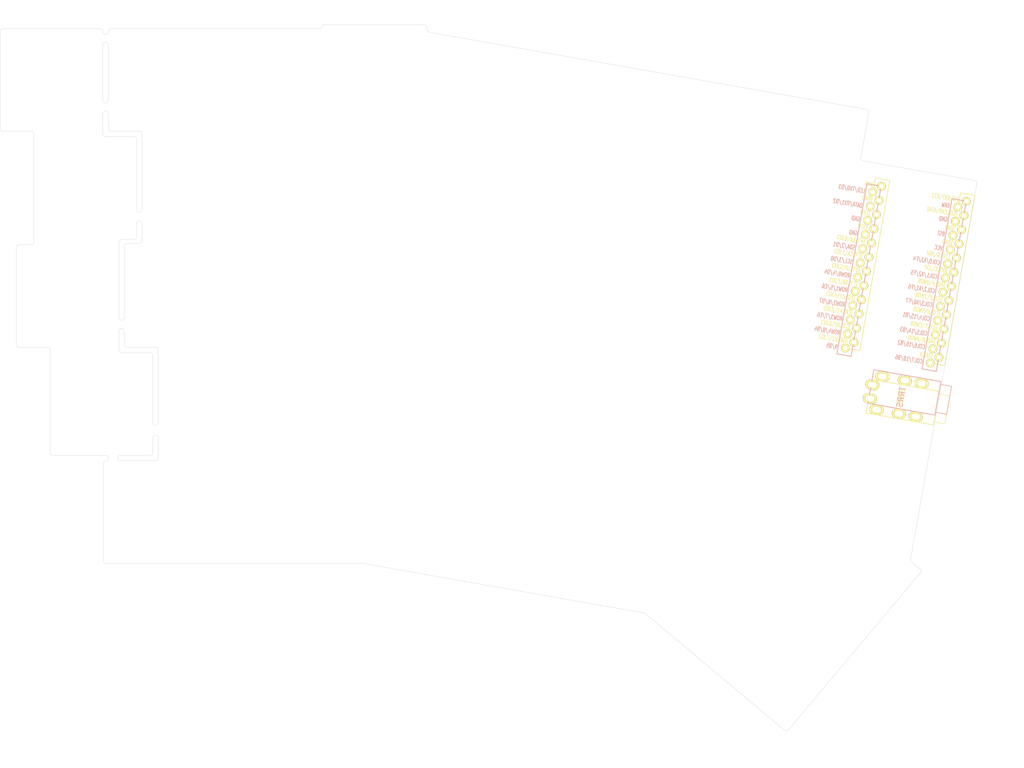
<source format=kicad_pcb>
(kicad_pcb (version 20171130) (host pcbnew "(5.1.2-1)-1")

  (general
    (thickness 1.6)
    (drawings 276)
    (tracks 0)
    (zones 0)
    (modules 25)
    (nets 1)
  )

  (page A4)
  (layers
    (0 F.Cu signal)
    (31 B.Cu signal)
    (32 B.Adhes user)
    (33 F.Adhes user)
    (34 B.Paste user)
    (35 F.Paste user)
    (36 B.SilkS user)
    (37 F.SilkS user)
    (38 B.Mask user)
    (39 F.Mask user)
    (40 Dwgs.User user)
    (41 Cmts.User user)
    (42 Eco1.User user)
    (43 Eco2.User user)
    (44 Edge.Cuts user)
    (45 Margin user)
    (46 B.CrtYd user)
    (47 F.CrtYd user)
    (48 B.Fab user)
    (49 F.Fab user)
  )

  (setup
    (last_trace_width 0.25)
    (trace_clearance 0.2)
    (zone_clearance 0.508)
    (zone_45_only yes)
    (trace_min 0.2)
    (via_size 0.8)
    (via_drill 0.4)
    (via_min_size 0.4)
    (via_min_drill 0.3)
    (uvia_size 0.3)
    (uvia_drill 0.1)
    (uvias_allowed no)
    (uvia_min_size 0.2)
    (uvia_min_drill 0.1)
    (edge_width 0.05)
    (segment_width 0.2)
    (pcb_text_width 0.3)
    (pcb_text_size 1.5 1.5)
    (mod_edge_width 0.12)
    (mod_text_size 1 1)
    (mod_text_width 0.15)
    (pad_size 1.524 1.524)
    (pad_drill 0.762)
    (pad_to_mask_clearance 0.051)
    (solder_mask_min_width 0.25)
    (aux_axis_origin 113.221504 112.959071)
    (grid_origin 113.221504 112.959071)
    (visible_elements FFFFFF7F)
    (pcbplotparams
      (layerselection 0x01000_7ffffffe)
      (usegerberextensions false)
      (usegerberattributes false)
      (usegerberadvancedattributes false)
      (creategerberjobfile false)
      (excludeedgelayer true)
      (linewidth 0.150000)
      (plotframeref false)
      (viasonmask false)
      (mode 1)
      (useauxorigin false)
      (hpglpennumber 1)
      (hpglpenspeed 20)
      (hpglpendiameter 15.000000)
      (psnegative false)
      (psa4output false)
      (plotreference true)
      (plotvalue true)
      (plotinvisibletext false)
      (padsonsilk false)
      (subtractmaskfromsilk false)
      (outputformat 3)
      (mirror false)
      (drillshape 0)
      (scaleselection 1)
      (outputdirectory ""))
  )

  (net 0 "")

  (net_class Default "これはデフォルトのネット クラスです。"
    (clearance 0.2)
    (trace_width 0.25)
    (via_dia 0.8)
    (via_drill 0.4)
    (uvia_dia 0.3)
    (uvia_drill 0.1)
  )

  (net_class VCC/GND ""
    (clearance 0.2)
    (trace_width 0.5)
    (via_dia 0.8)
    (via_drill 0.4)
    (uvia_dia 0.3)
    (uvia_drill 0.1)
  )

  (module angelina72:M2_AcrylicHole (layer F.Cu) (tedit 5DBC33D2) (tstamp 5DBD8A77)
    (at 160.286915 142.815248 50)
    (descr "Mounting Hole 2.2mm, no annular, M2")
    (tags "mounting hole 2.2mm no annular m2")
    (attr virtual)
    (fp_text reference REF** (at 0 -3.2 50) (layer F.Fab) hide
      (effects (font (size 1 1) (thickness 0.15)))
    )
    (fp_text value M2_AcrylicHole (at 0 3.2 50) (layer F.Fab) hide
      (effects (font (size 1 1) (thickness 0.15)))
    )
    (fp_circle (center 0 0) (end 1.1 0) (layer Eco2.User) (width 0.12))
    (fp_circle (center 0 0) (end 1.1 0) (layer Eco1.User) (width 0.12))
    (fp_circle (center 0 0) (end 1.1 0) (layer B.Adhes) (width 0.12))
    (fp_circle (center 0 0) (end 1.1 0) (layer F.Adhes) (width 0.12))
    (fp_circle (center 0 0) (end 2.25 0) (layer F.CrtYd) (width 0.05))
  )

  (module angelina72:M2_AcrylicHole (layer F.Cu) (tedit 5DBC33D2) (tstamp 5DB8EF8F)
    (at 223.04437 61.96016 350)
    (descr "Mounting Hole 2.2mm, no annular, M2")
    (tags "mounting hole 2.2mm no annular m2")
    (attr virtual)
    (fp_text reference REF** (at 0 -3.2 170) (layer F.Fab) hide
      (effects (font (size 1 1) (thickness 0.15)))
    )
    (fp_text value M2_AcrylicHole (at 0 3.2 170) (layer F.Fab) hide
      (effects (font (size 1 1) (thickness 0.15)))
    )
    (fp_circle (center 0 0) (end 1.1 0) (layer Eco2.User) (width 0.12))
    (fp_circle (center 0 0) (end 1.1 0) (layer Eco1.User) (width 0.12))
    (fp_circle (center 0 0) (end 1.1 0) (layer B.Adhes) (width 0.12))
    (fp_circle (center 0 0) (end 1.1 0) (layer F.Adhes) (width 0.12))
    (fp_circle (center 0 0) (end 2.25 0) (layer F.CrtYd) (width 0.05))
  )

  (module angelina72:M2_AcrylicHole (layer F.Cu) (tedit 5DBC33D2) (tstamp 5DB88F17)
    (at 216.88248 96.901916 350)
    (descr "Mounting Hole 2.2mm, no annular, M2")
    (tags "mounting hole 2.2mm no annular m2")
    (attr virtual)
    (fp_text reference REF** (at 0 -3.2 170) (layer F.Fab) hide
      (effects (font (size 1 1) (thickness 0.15)))
    )
    (fp_text value M2_AcrylicHole (at 0 3.2 170) (layer F.Fab) hide
      (effects (font (size 1 1) (thickness 0.15)))
    )
    (fp_circle (center 0 0) (end 1.1 0) (layer Eco2.User) (width 0.12))
    (fp_circle (center 0 0) (end 1.1 0) (layer Eco1.User) (width 0.12))
    (fp_circle (center 0 0) (end 1.1 0) (layer B.Adhes) (width 0.12))
    (fp_circle (center 0 0) (end 1.1 0) (layer F.Adhes) (width 0.12))
    (fp_circle (center 0 0) (end 2.25 0) (layer F.CrtYd) (width 0.05))
  )

  (module angelina72:M2_AcrylicHole (layer F.Cu) (tedit 5DBC33D2) (tstamp 5DB88F57)
    (at 214.484182 110.503343 350)
    (descr "Mounting Hole 2.2mm, no annular, M2")
    (tags "mounting hole 2.2mm no annular m2")
    (attr virtual)
    (fp_text reference REF** (at 0 -3.2 170) (layer F.Fab) hide
      (effects (font (size 1 1) (thickness 0.15)))
    )
    (fp_text value M2_AcrylicHole (at 0 3.2 170) (layer F.Fab) hide
      (effects (font (size 1 1) (thickness 0.15)))
    )
    (fp_circle (center 0 0) (end 1.1 0) (layer Eco2.User) (width 0.12))
    (fp_circle (center 0 0) (end 1.1 0) (layer Eco1.User) (width 0.12))
    (fp_circle (center 0 0) (end 1.1 0) (layer B.Adhes) (width 0.12))
    (fp_circle (center 0 0) (end 1.1 0) (layer F.Adhes) (width 0.12))
    (fp_circle (center 0 0) (end 2.25 0) (layer F.CrtYd) (width 0.05))
  )

  (module angelina72:M5_AcrylicHole (layer F.Cu) (tedit 5DC00F71) (tstamp 5DB8B1AD)
    (at 199.709703 160.663279 230)
    (fp_text reference REF** (at 0 0.5 50) (layer F.Fab) hide
      (effects (font (size 1 1) (thickness 0.15)))
    )
    (fp_text value M5_AcrylicHole (at 0 -0.5 50) (layer F.Fab) hide
      (effects (font (size 1 1) (thickness 0.15)))
    )
    (fp_arc (start 6.9 2.4625) (end 4.6 2.4625) (angle -90) (layer Eco1.User) (width 0.12))
    (fp_arc (start -6.9 2.4625) (end -6.9 4.7625) (angle -90) (layer Eco1.User) (width 0.12))
    (fp_line (start 4.6 0) (end 4.6 2.4625) (layer Eco1.User) (width 0.12))
    (fp_line (start -4.6 0) (end -4.6 2.4625) (layer Eco1.User) (width 0.12))
    (fp_arc (start 0 0) (end 4.6 0) (angle -180) (layer Eco1.User) (width 0.12))
    (fp_circle (center 0 0) (end 2.6 0) (layer Eco1.User) (width 0.12))
    (fp_circle (center 0 0) (end 4.6 0) (layer F.CrtYd) (width 0.12))
  )

  (module angelina72:Outline_MXCherry_1u (layer F.Cu) (tedit 5DB519CF) (tstamp 5DC06F45)
    (at 185.298479 148.571192 320)
    (fp_text reference REF** (at 0 0.5 140) (layer F.Fab) hide
      (effects (font (size 1 1) (thickness 0.15)))
    )
    (fp_text value Outline_MXCherry_1u (at 0 -0.5 140) (layer F.Fab) hide
      (effects (font (size 1 1) (thickness 0.15)))
    )
    (fp_line (start 9 9) (end 9 -9) (layer Dwgs.User) (width 0.12))
    (fp_line (start -9 9) (end -9 -9) (layer Dwgs.User) (width 0.12))
    (fp_line (start -9 9) (end 9 9) (layer Dwgs.User) (width 0.12))
    (fp_line (start -9 -9) (end 9 -9) (layer Dwgs.User) (width 0.12))
    (fp_arc (start 6.8 6.9) (end 6.8 7.9) (angle -90) (layer F.CrtYd) (width 0.12))
    (fp_line (start -9.525 9.525) (end 9.525 9.525) (layer Dwgs.User) (width 0.05))
    (fp_line (start -9.525 9.525) (end -9.525 -9.525) (layer Dwgs.User) (width 0.05))
    (fp_line (start 9.525 9.525) (end 9.525 -9.525) (layer Dwgs.User) (width 0.05))
    (fp_line (start -9.525 -9.525) (end 9.525 -9.525) (layer Dwgs.User) (width 0.05))
    (fp_line (start -6.975 -6.975) (end 6.975 -6.975) (layer Cmts.User) (width 0.05))
    (fp_line (start -6.975 -6.975) (end -6.975 6.975) (layer Cmts.User) (width 0.05))
    (fp_line (start 6.975 -6.975) (end 6.975 6.975) (layer Cmts.User) (width 0.05))
    (fp_line (start -6.975 6.975) (end 6.975 6.975) (layer Cmts.User) (width 0.05))
    (fp_arc (start -6.8 6.9) (end -7.8 6.9) (angle -90) (layer F.CrtYd) (width 0.12))
    (fp_arc (start -6.8 -6.9) (end -6.8 -7.9) (angle -90) (layer F.CrtYd) (width 0.12))
    (fp_arc (start 6.8 -6.9) (end 7.8 -6.9) (angle -90) (layer F.CrtYd) (width 0.12))
    (fp_line (start 7.3 5.8) (end 7.3 -5.8) (layer F.CrtYd) (width 0.12))
    (fp_line (start -7.3 -5.8) (end -7.3 5.8) (layer F.CrtYd) (width 0.12))
    (fp_line (start -2.7 -7.9) (end -2.7 -7.3) (layer F.CrtYd) (width 0.12))
    (fp_line (start -7.8 -6.9) (end -7.8 -5.8) (layer F.CrtYd) (width 0.12))
    (fp_line (start -7.8 -5.8) (end -7.3 -5.8) (layer F.CrtYd) (width 0.12))
    (fp_line (start -6.8 -7.9) (end -2.7 -7.9) (layer F.CrtYd) (width 0.12))
    (fp_line (start 2.7 7.9) (end 2.7 7.3) (layer F.CrtYd) (width 0.12))
    (fp_line (start 7.8 6.9) (end 7.8 5.8) (layer F.CrtYd) (width 0.12))
    (fp_line (start 7.8 5.8) (end 7.3 5.8) (layer F.CrtYd) (width 0.12))
    (fp_line (start 6.8 7.9) (end 2.7 7.9) (layer F.CrtYd) (width 0.12))
    (fp_line (start -7.8 6.9) (end -7.8 5.8) (layer F.CrtYd) (width 0.12))
    (fp_line (start -6.8 7.9) (end -2.7 7.9) (layer F.CrtYd) (width 0.12))
    (fp_line (start -2.7 7.9) (end -2.7 7.3) (layer F.CrtYd) (width 0.12))
    (fp_line (start -7.8 5.8) (end -7.3 5.8) (layer F.CrtYd) (width 0.12))
    (fp_line (start 2.7 -7.9) (end 2.7 -7.3) (layer F.CrtYd) (width 0.12))
    (fp_line (start 7.8 -5.8) (end 7.3 -5.8) (layer F.CrtYd) (width 0.12))
    (fp_line (start 6.8 -7.9) (end 2.7 -7.9) (layer F.CrtYd) (width 0.12))
    (fp_line (start 7.8 -6.9) (end 7.8 -5.8) (layer F.CrtYd) (width 0.12))
    (fp_line (start -1 -7.9) (end 1 -7.9) (layer F.CrtYd) (width 0.12))
    (fp_line (start 1 -7.9) (end 1 -7.3) (layer F.CrtYd) (width 0.12))
    (fp_line (start 1 -7.3) (end 2.7 -7.3) (layer F.CrtYd) (width 0.12))
    (fp_line (start -1 -7.9) (end -1 -7.3) (layer F.CrtYd) (width 0.12))
    (fp_line (start -1 -7.3) (end -2.7 -7.3) (layer F.CrtYd) (width 0.12))
    (fp_line (start -2.7 7.3) (end -1 7.3) (layer F.CrtYd) (width 0.12))
    (fp_line (start -1 7.3) (end -1 7.9) (layer F.CrtYd) (width 0.12))
    (fp_line (start -1 7.9) (end 1 7.9) (layer F.CrtYd) (width 0.12))
    (fp_line (start 1 7.9) (end 1 7.3) (layer F.CrtYd) (width 0.12))
    (fp_line (start 1 7.3) (end 2.7 7.3) (layer F.CrtYd) (width 0.12))
  )

  (module angelina72:Layout_Outline (layer F.Cu) (tedit 5DB98091) (tstamp 5DBA0BA6)
    (at 113.221504 112.959071 350)
    (fp_text reference REF** (at 0 0.714375 170) (layer F.Fab) hide
      (effects (font (size 1 1) (thickness 0.15)))
    )
    (fp_text value Layout_Outline (at 0 -0.714375 170) (layer F.Fab) hide
      (effects (font (size 1 1) (thickness 0.15)))
    )
    (fp_line (start -58.409227 -66.592811) (end -22.17783 -72.981062) (layer Edge.Cuts) (width 0.05))
    (fp_line (start -21.598409 -73.808948) (end -4.127528 -76.889522) (layer Edge.Cuts) (width 0.05))
    (fp_line (start -3.575812 -76.503205) (end -3.507151 -76.117312) (layer Edge.Cuts) (width 0.05))
    (fp_line (start -77.556132 -62.733099) (end -74.578936 -45.84857) (layer Edge.Cuts) (width 0.05))
    (fp_line (start -74.027221 -45.462256) (end -69.102566 -46.330604) (layer Edge.Cuts) (width 0.05))
    (fp_line (start -68.550851 -45.94429) (end -65.242851 -27.183702) (layer Edge.Cuts) (width 0.05))
    (fp_line (start -65.629169 -26.631987) (end -67.739732 -26.259841) (layer Edge.Cuts) (width 0.05))
    (fp_line (start -68.126049 -25.708123) (end -65.148852 -8.823594) (layer Edge.Cuts) (width 0.05))
    (fp_line (start -64.597134 -8.43728) (end -59.672483 -9.305628) (layer Edge.Cuts) (width 0.05))
    (fp_line (start -59.120766 -8.919315) (end -55.978171 8.903242) (layer Edge.Cuts) (width 0.05))
    (fp_line (start -59.320077 -63.530627) (end -57.624729 -53.915816) (layer Edge.Cuts) (width 0.05))
    (fp_line (start -56.686697 -54.081223) (end -58.382046 -63.696022) (layer Edge.Cuts) (width 0.05))
    (fp_arc (start -59.264561 -65.958398) (end -59.733574 -65.875699) (angle -180) (layer Edge.Cuts) (width 0.05))
    (fp_arc (start -58.851062 -63.613324) (end -58.382046 -63.696022) (angle -180) (layer Edge.Cuts) (width 0.05))
    (fp_arc (start -58.326529 -66.123801) (end -58.409227 -66.592811) (angle -90) (layer Edge.Cuts) (width 0.05))
    (fp_arc (start -60.20259 -65.792998) (end -59.733574 -65.875699) (angle -90) (layer Edge.Cuts) (width 0.05))
    (fp_line (start -60.285291 -66.262012) (end -77.169817 -63.284813) (layer Edge.Cuts) (width 0.05))
    (fp_arc (start -57.155714 -53.998519) (end -57.624729 -53.915816) (angle -180) (layer Edge.Cuts) (width 0.05))
    (fp_arc (start -56.742211 -51.65345) (end -56.2732 -51.736148) (angle -180) (layer Edge.Cuts) (width 0.05))
    (fp_line (start -57.211224 -51.570751) (end -56.590977 -48.053139) (layer Edge.Cuts) (width 0.05))
    (fp_line (start -56.2732 -51.736148) (end -55.818348 -49.156568) (layer Edge.Cuts) (width 0.05))
    (fp_line (start -56.039263 -47.666824) (end -51.11461 -48.535174) (layer Edge.Cuts) (width 0.05))
    (fp_line (start -55.266633 -48.770254) (end -50.341979 -49.638603) (layer Edge.Cuts) (width 0.05))
    (fp_line (start -49.790264 -49.252289) (end -47.474663 -36.119879) (layer Edge.Cuts) (width 0.05))
    (fp_line (start -46.90993 -30.174495) (end -49.020498 -29.802343) (layer Edge.Cuts) (width 0.05))
    (fp_line (start -49.406809 -29.250629) (end -47.215261 -16.821738) (layer Edge.Cuts) (width 0.05))
    (fp_line (start -45.836548 -11.74528) (end -40.911895 -12.613629) (layer Edge.Cuts) (width 0.05))
    (fp_line (start -40.360182 -12.227312) (end -38.127282 0.436082) (layer Edge.Cuts) (width 0.05))
    (fp_line (start -37.438499 7.084989) (end -43.535694 8.160071) (layer Edge.Cuts) (width 0.05))
    (fp_arc (start -50.259276 -49.16959) (end -49.790264 -49.252289) (angle -90) (layer Edge.Cuts) (width 0.05))
    (fp_arc (start -51.03191 -48.066159) (end -50.562894 -48.148861) (angle -90) (layer Edge.Cuts) (width 0.05))
    (fp_line (start -50.562894 -48.148861) (end -48.412695 -35.954475) (layer Edge.Cuts) (width 0.05))
    (fp_arc (start -48.05471 -31.181627) (end -47.97201 -30.712613) (angle -90) (layer Edge.Cuts) (width 0.05))
    (fp_arc (start -46.992628 -30.643509) (end -46.90993 -30.174495) (angle -90) (layer Edge.Cuts) (width 0.05))
    (fp_line (start -47.97201 -30.712613) (end -50.082575 -30.340465) (layer Edge.Cuts) (width 0.05))
    (fp_arc (start -48.937797 -29.333329) (end -49.020498 -29.802343) (angle -90) (layer Edge.Cuts) (width 0.05))
    (fp_arc (start -49.999877 -29.871451) (end -50.082575 -30.340465) (angle -90) (layer Edge.Cuts) (width 0.05))
    (fp_line (start -50.468892 -29.78875) (end -48.153295 -16.656339) (layer Edge.Cuts) (width 0.05))
    (fp_arc (start -45.919249 -12.214292) (end -46.388261 -12.131591) (angle -90) (layer Edge.Cuts) (width 0.05))
    (fp_arc (start -46.691879 -11.110862) (end -47.160892 -11.028163) (angle -90) (layer Edge.Cuts) (width 0.05))
    (fp_line (start -46.609178 -10.641848) (end -41.684526 -11.510201) (layer Edge.Cuts) (width 0.05))
    (fp_arc (start -41.601825 -11.041184) (end -41.132807 -11.123884) (angle -90) (layer Edge.Cuts) (width 0.05))
    (fp_arc (start -40.829194 -12.144612) (end -40.360182 -12.227312) (angle -90) (layer Edge.Cuts) (width 0.05))
    (fp_line (start -41.132807 -11.123884) (end -39.065313 0.601485) (layer Edge.Cuts) (width 0.05))
    (fp_arc (start -37.521197 6.615976) (end -37.438499 7.084989) (angle -90) (layer Edge.Cuts) (width 0.05))
    (fp_arc (start -38.624627 5.843346) (end -38.541926 6.31236) (angle -90) (layer Edge.Cuts) (width 0.05))
    (fp_line (start -46.163386 7.656274) (end -55.426454 9.289558) (layer Edge.Cuts) (width 0.05))
    (fp_arc (start -55.509156 8.820544) (end -55.978171 8.903242) (angle -90) (layer Edge.Cuts) (width 0.05))
    (fp_arc (start -45.915315 9.063279) (end -45.998013 8.594261) (angle -90.00012031) (layer Edge.Cuts) (width 0.05))
    (fp_arc (start -77.087119 -62.815799) (end -77.169817 -63.284813) (angle -90) (layer Edge.Cuts) (width 0.05))
    (fp_arc (start -74.109921 -45.931271) (end -74.578936 -45.84857) (angle -90) (layer Edge.Cuts) (width 0.05))
    (fp_arc (start -69.019866 -45.86159) (end -68.550851 -45.94429) (angle -90) (layer Edge.Cuts) (width 0.05))
    (fp_arc (start -65.711866 -27.101002) (end -65.629169 -26.631987) (angle -90) (layer Edge.Cuts) (width 0.05))
    (fp_arc (start -67.657032 -25.790823) (end -67.739732 -26.259841) (angle -90) (layer Edge.Cuts) (width 0.05))
    (fp_arc (start -64.679835 -8.906295) (end -65.148852 -8.823594) (angle -90) (layer Edge.Cuts) (width 0.05))
    (fp_arc (start -59.589784 -8.836617) (end -59.120766 -8.919315) (angle -90) (layer Edge.Cuts) (width 0.05))
    (fp_arc (start -22.240221 -73.333079) (end -22.17783 -72.981062) (angle -89.94903567) (layer Edge.Cuts) (width 0.05))
    (fp_arc (start -21.536385 -73.457184) (end -21.598409 -73.808948) (angle -90.00016041) (layer Edge.Cuts) (width 0.05))
    (fp_line (start -3.038137 -75.723764) (end 75.2475 -75.72375) (layer Edge.Cuts) (width 0.05))
    (fp_line (start 75.723751 -75.247501) (end 75.72375 -67.151251) (layer Edge.Cuts) (width 0.05))
    (fp_arc (start -3.038135 -76.200014) (end -3.038137 -75.723764) (angle 79.99997897) (layer Edge.Cuts) (width 0.05))
    (fp_arc (start -4.04483 -76.420503) (end -3.575812 -76.503205) (angle -90) (layer Edge.Cuts) (width 0.05))
    (fp_line (start 52.283625 18.638227) (end 80.033781 34.659101) (layer Edge.Cuts) (width 0.05))
    (fp_line (start 80.684353 34.484783) (end 98.781853 3.138994) (layer Edge.Cuts) (width 0.05))
    (fp_line (start 98.607533 2.488425) (end 97.163988 1.654968) (layer Edge.Cuts) (width 0.05))
    (fp_arc (start 98.369408 2.900869) (end 98.781853 3.138994) (angle -90) (layer Edge.Cuts) (width 0.05))
    (fp_arc (start 80.271908 34.246658) (end 80.033781 34.659101) (angle -90) (layer Edge.Cuts) (width 0.05))
    (fp_arc (start 52.045499 19.050669) (end 52.283625 18.638227) (angle -30) (layer Edge.Cuts) (width 0.05))
    (fp_arc (start 75.247501 -75.2475) (end 75.723751 -75.247501) (angle -90) (layer Edge.Cuts) (width 0.05))
    (fp_arc (start -46.080689 8.125266) (end -45.998013 8.594261) (angle -180.0026468) (layer Edge.Cuts) (width 0.05))
    (fp_arc (start -43.618389 7.691075) (end -43.701062 7.222076) (angle -180.0026468) (layer Edge.Cuts) (width 0.05))
    (fp_line (start -38.541926 6.31236) (end -43.701062 7.222076) (layer Edge.Cuts) (width 0.05))
    (fp_arc (start -47.943677 -36.037177) (end -48.412695 -35.954475) (angle -180) (layer Edge.Cuts) (width 0.05))
    (fp_arc (start -47.530186 -33.692103) (end -47.061172 -33.774798) (angle -180) (layer Edge.Cuts) (width 0.05))
    (fp_line (start -47.585697 -31.264327) (end -47.999197 -33.609406) (layer Edge.Cuts) (width 0.05))
    (fp_line (start -47.061172 -33.774798) (end -46.523615 -30.726207) (layer Edge.Cuts) (width 0.05))
    (fp_arc (start -47.684276 -16.739038) (end -48.153295 -16.656339) (angle -180) (layer Edge.Cuts) (width 0.05))
    (fp_arc (start -47.270774 -14.393965) (end -46.801765 -14.476665) (angle -180) (layer Edge.Cuts) (width 0.05))
    (fp_line (start -47.160892 -11.028163) (end -47.739787 -14.311267) (layer Edge.Cuts) (width 0.05))
    (fp_line (start -46.801765 -14.476665) (end -46.388261 -12.131591) (layer Edge.Cuts) (width 0.05))
    (fp_line (start -37.672435 3.015667) (end -37.052185 6.533277) (layer Edge.Cuts) (width 0.05))
    (fp_line (start -38.155613 5.760644) (end -38.610459 3.181064) (layer Edge.Cuts) (width 0.05))
    (fp_arc (start -38.141447 3.098366) (end -37.672435 3.015667) (angle -180) (layer Edge.Cuts) (width 0.05))
    (fp_arc (start -38.596297 0.518786) (end -39.065313 0.601485) (angle -180) (layer Edge.Cuts) (width 0.05))
    (fp_line (start -42.855412 26.416822) (end 1.584154 18.580968) (layer Edge.Cuts) (width 0.05))
    (fp_line (start -46.384331 9.14598) (end -43.407131 26.030508) (layer Edge.Cuts) (width 0.05))
    (fp_arc (start 1.666854 19.04998) (end 1.666853 18.573733) (angle -10.00000014) (layer Edge.Cuts) (width 0.05))
    (fp_line (start 1.666853 18.573733) (end 52.045501 18.574421) (layer Edge.Cuts) (width 0.05))
    (fp_arc (start -42.938115 25.947807) (end -43.407131 26.030508) (angle -90) (layer Edge.Cuts) (width 0.05))
    (fp_arc (start -56.121963 -48.135841) (end -56.590977 -48.053139) (angle -90) (layer Edge.Cuts) (width 0.05))
    (fp_arc (start -55.349333 -49.239267) (end -55.818348 -49.156568) (angle -90) (layer Edge.Cuts) (width 0.05))
  )

  (module angelina72:M2_AcrylicHole (layer F.Cu) (tedit 5DBC33D2) (tstamp 5DBD5599)
    (at 63.334107 134.152285)
    (descr "Mounting Hole 2.2mm, no annular, M2")
    (tags "mounting hole 2.2mm no annular m2")
    (attr virtual)
    (fp_text reference REF** (at 0 -3.2) (layer F.Fab) hide
      (effects (font (size 1 1) (thickness 0.15)))
    )
    (fp_text value M2_AcrylicHole (at 0 3.2) (layer F.Fab) hide
      (effects (font (size 1 1) (thickness 0.15)))
    )
    (fp_circle (center 0 0) (end 1.1 0) (layer Eco2.User) (width 0.12))
    (fp_circle (center 0 0) (end 1.1 0) (layer Eco1.User) (width 0.12))
    (fp_circle (center 0 0) (end 1.1 0) (layer B.Adhes) (width 0.12))
    (fp_circle (center 0 0) (end 1.1 0) (layer F.Adhes) (width 0.12))
    (fp_circle (center 0 0) (end 2.25 0) (layer F.CrtYd) (width 0.05))
  )

  (module angelina72:M5_AcrylicHole (layer F.Cu) (tedit 5DC00F71) (tstamp 5DC04ED7)
    (at 56.190522 122.484391 90)
    (fp_text reference REF** (at 0 0.5 90) (layer F.Fab) hide
      (effects (font (size 1 1) (thickness 0.15)))
    )
    (fp_text value M5_AcrylicHole (at 0 -0.5 90) (layer F.Fab) hide
      (effects (font (size 1 1) (thickness 0.15)))
    )
    (fp_arc (start 6.9 2.4625) (end 4.6 2.4625) (angle -90) (layer Eco1.User) (width 0.12))
    (fp_arc (start -6.9 2.4625) (end -6.9 4.7625) (angle -90) (layer Eco1.User) (width 0.12))
    (fp_line (start 4.6 0) (end 4.6 2.4625) (layer Eco1.User) (width 0.12))
    (fp_line (start -4.6 0) (end -4.6 2.4625) (layer Eco1.User) (width 0.12))
    (fp_arc (start 0 0) (end 4.6 0) (angle -180) (layer Eco1.User) (width 0.12))
    (fp_circle (center 0 0) (end 2.6 0) (layer Eco1.User) (width 0.12))
    (fp_circle (center 0 0) (end 4.6 0) (layer F.CrtYd) (width 0.12))
  )

  (module angelina72:M2_AcrylicHole_Cover (layer F.Cu) (tedit 5DBCE740) (tstamp 5DBD39AD)
    (at 205.947627 123.264225 350)
    (descr "Mounting Hole 2.2mm, no annular, M2")
    (tags "mounting hole 2.2mm no annular m2")
    (attr virtual)
    (fp_text reference REF** (at 0 -3.2 170) (layer F.Fab) hide
      (effects (font (size 1 1) (thickness 0.15)))
    )
    (fp_text value M2_AcrylicHole_Cover (at 0 3.2 170) (layer F.Fab) hide
      (effects (font (size 1 1) (thickness 0.15)))
    )
    (fp_circle (center 0 0) (end 1.1 0) (layer B.Paste) (width 0.12))
    (fp_circle (center 0 0) (end 2.25 0) (layer F.CrtYd) (width 0.05))
  )

  (module angelina72:M2_AcrylicHole_Cover (layer F.Cu) (tedit 5DBCE740) (tstamp 5DBD39A3)
    (at 206.81483 110.118223 350)
    (descr "Mounting Hole 2.2mm, no annular, M2")
    (tags "mounting hole 2.2mm no annular m2")
    (attr virtual)
    (fp_text reference REF** (at 0 -3.2 170) (layer F.Fab) hide
      (effects (font (size 1 1) (thickness 0.15)))
    )
    (fp_text value M2_AcrylicHole_Cover (at 0 3.2 170) (layer F.Fab) hide
      (effects (font (size 1 1) (thickness 0.15)))
    )
    (fp_circle (center 0 0) (end 1.1 0) (layer B.Paste) (width 0.12))
    (fp_circle (center 0 0) (end 2.25 0) (layer F.CrtYd) (width 0.05))
  )

  (module angelina72:M2_AcrylicHole_Cover (layer F.Cu) (tedit 5DBCE740) (tstamp 5DBD392C)
    (at 195.984997 100.229281 350)
    (descr "Mounting Hole 2.2mm, no annular, M2")
    (tags "mounting hole 2.2mm no annular m2")
    (attr virtual)
    (fp_text reference REF** (at 0 -3.2 170) (layer F.Fab) hide
      (effects (font (size 1 1) (thickness 0.15)))
    )
    (fp_text value M2_AcrylicHole_Cover (at 0 3.2 170) (layer F.Fab) hide
      (effects (font (size 1 1) (thickness 0.15)))
    )
    (fp_circle (center 0 0) (end 1.1 0) (layer B.Paste) (width 0.12))
    (fp_circle (center 0 0) (end 2.25 0) (layer F.CrtYd) (width 0.05))
  )

  (module angelina72:M2_AcrylicHole_Bottom (layer F.Cu) (tedit 5DB99790) (tstamp 5DBA1AED)
    (at 88.218274 113.792513)
    (descr "Mounting Hole 2.2mm, no annular, M2")
    (tags "mounting hole 2.2mm no annular m2")
    (attr virtual)
    (fp_text reference REF** (at 0 -3.2) (layer F.Fab) hide
      (effects (font (size 1 1) (thickness 0.15)))
    )
    (fp_text value M2_AcrylicHole_Bottom (at 0 3.2) (layer F.Fab) hide
      (effects (font (size 1 1) (thickness 0.15)))
    )
    (fp_circle (center 0 0) (end 1.1 0) (layer F.Adhes) (width 0.12))
    (fp_circle (center 0 0) (end 2.25 0) (layer F.CrtYd) (width 0.05))
  )

  (module angelina72:M2_AcrylicHole_Bottom (layer F.Cu) (tedit 5DB99790) (tstamp 5DBA1AE7)
    (at 85.360927 55.09907)
    (descr "Mounting Hole 2.2mm, no annular, M2")
    (tags "mounting hole 2.2mm no annular m2")
    (attr virtual)
    (fp_text reference REF** (at 0 -3.2) (layer F.Fab) hide
      (effects (font (size 1 1) (thickness 0.15)))
    )
    (fp_text value M2_AcrylicHole_Bottom (at 0 3.2) (layer F.Fab) hide
      (effects (font (size 1 1) (thickness 0.15)))
    )
    (fp_circle (center 0 0) (end 1.1 0) (layer F.Adhes) (width 0.12))
    (fp_circle (center 0 0) (end 2.25 0) (layer F.CrtYd) (width 0.05))
  )

  (module angelina72:Layout_Outline_PromicroBase (layer F.Cu) (tedit 5DB98235) (tstamp 5DBA09E4)
    (at 113.221504 112.959071 350)
    (fp_text reference REF** (at 0 0.714375 170) (layer F.Fab) hide
      (effects (font (size 1 1) (thickness 0.15)))
    )
    (fp_text value Layout_Outline_PromicroBase (at 0 -0.714375 170) (layer F.Fab) hide
      (effects (font (size 1 1) (thickness 0.15)))
    )
    (fp_arc (start 75.247501 -75.2475) (end 75.723751 -75.247501) (angle -90) (layer Cmts.User) (width 0.05))
    (fp_arc (start 76.199998 -67.151253) (end 75.72375 -67.151251) (angle -90.00336866) (layer Edge.Cuts) (width 0.05))
    (fp_arc (start 96.2025 -66.19875) (end 96.67875 -66.198751) (angle -90) (layer Edge.Cuts) (width 0.05))
    (fp_arc (start 97.155 1.099998) (end 96.916876 1.512445) (angle 60) (layer Edge.Cuts) (width 0.05))
    (fp_arc (start 98.369408 2.900869) (end 98.781853 3.138994) (angle -90) (layer Cmts.User) (width 0.05))
    (fp_line (start 98.607533 2.488425) (end 96.916876 1.512445) (layer Cmts.User) (width 0.05))
    (fp_line (start 75.723751 -75.247501) (end 75.72375 -67.151251) (layer Cmts.User) (width 0.05))
    (fp_line (start 96.202497 -66.675001) (end 76.200029 -66.675014) (layer Edge.Cuts) (width 0.05))
    (fp_line (start 96.67875 1.099999) (end 96.67875 -66.198751) (layer Edge.Cuts) (width 0.05))
    (fp_line (start 97.163977 1.654987) (end 96.916876 1.512445) (layer Edge.Cuts) (width 0.05))
  )

  (module angelina72:M2_AcrylicHole_Bottom (layer F.Cu) (tedit 5DB99790) (tstamp 5DB12139)
    (at 136.486262 118.149374)
    (descr "Mounting Hole 2.2mm, no annular, M2")
    (tags "mounting hole 2.2mm no annular m2")
    (attr virtual)
    (fp_text reference REF** (at 0 -3.2) (layer F.Fab) hide
      (effects (font (size 1 1) (thickness 0.15)))
    )
    (fp_text value M2_AcrylicHole_Bottom (at 0 3.2) (layer F.Fab) hide
      (effects (font (size 1 1) (thickness 0.15)))
    )
    (fp_circle (center 0 0) (end 1.1 0) (layer F.Adhes) (width 0.12))
    (fp_circle (center 0 0) (end 2.25 0) (layer F.CrtYd) (width 0.05))
  )

  (module angelina72:M2_AcrylicHole_Bottom (layer F.Cu) (tedit 5DB99790) (tstamp 5DAB70AC)
    (at 122.750422 55.520263)
    (descr "Mounting Hole 2.2mm, no annular, M2")
    (tags "mounting hole 2.2mm no annular m2")
    (attr virtual)
    (fp_text reference REF** (at 0 -3.2) (layer F.Fab) hide
      (effects (font (size 1 1) (thickness 0.15)))
    )
    (fp_text value M2_AcrylicHole_Bottom (at 0 3.2) (layer F.Fab) hide
      (effects (font (size 1 1) (thickness 0.15)))
    )
    (fp_circle (center 0 0) (end 1.1 0) (layer F.Adhes) (width 0.12))
    (fp_circle (center 0 0) (end 2.25 0) (layer F.CrtYd) (width 0.05))
  )

  (module angelina72:M2_AcrylicHole_Bottom (layer F.Cu) (tedit 5DB99790) (tstamp 5DB10D45)
    (at 184.096408 135.1282 320)
    (descr "Mounting Hole 2.2mm, no annular, M2")
    (tags "mounting hole 2.2mm no annular m2")
    (attr virtual)
    (fp_text reference REF** (at 0 -3.2 140) (layer F.Fab) hide
      (effects (font (size 1 1) (thickness 0.15)))
    )
    (fp_text value M2_AcrylicHole_Bottom (at 0 3.2 140) (layer F.Fab) hide
      (effects (font (size 1 1) (thickness 0.15)))
    )
    (fp_circle (center 0 0) (end 1.1 0) (layer F.Adhes) (width 0.12))
    (fp_circle (center 0 0) (end 2.25 0) (layer F.CrtYd) (width 0.05))
  )

  (module angelina72:M2_AcrylicHole_Bottom (layer F.Cu) (tedit 5DB99790) (tstamp 5DACC121)
    (at 179.546226 65.908617)
    (descr "Mounting Hole 2.2mm, no annular, M2")
    (tags "mounting hole 2.2mm no annular m2")
    (attr virtual)
    (fp_text reference REF** (at 0 -3.2) (layer F.Fab) hide
      (effects (font (size 1 1) (thickness 0.15)))
    )
    (fp_text value M2_AcrylicHole_Bottom (at 0 3.2) (layer F.Fab) hide
      (effects (font (size 1 1) (thickness 0.15)))
    )
    (fp_circle (center 0 0) (end 1.1 0) (layer F.Adhes) (width 0.12))
    (fp_circle (center 0 0) (end 2.25 0) (layer F.CrtYd) (width 0.05))
  )

  (module angelina72:M2_AcrylicHole (layer F.Cu) (tedit 5DBC33D2) (tstamp 5DB94C95)
    (at 63.334108 34.615618)
    (descr "Mounting Hole 2.2mm, no annular, M2")
    (tags "mounting hole 2.2mm no annular m2")
    (attr virtual)
    (fp_text reference REF** (at 0 -3.2) (layer F.Fab) hide
      (effects (font (size 1 1) (thickness 0.15)))
    )
    (fp_text value M2_AcrylicHole (at 0 3.2) (layer F.Fab) hide
      (effects (font (size 1 1) (thickness 0.15)))
    )
    (fp_circle (center 0 0) (end 1.1 0) (layer Eco2.User) (width 0.12))
    (fp_circle (center 0 0) (end 1.1 0) (layer Eco1.User) (width 0.12))
    (fp_circle (center 0 0) (end 1.1 0) (layer B.Adhes) (width 0.12))
    (fp_circle (center 0 0) (end 1.1 0) (layer F.Adhes) (width 0.12))
    (fp_circle (center 0 0) (end 2.25 0) (layer F.CrtYd) (width 0.05))
  )

  (module angelina72:M2_AcrylicHole (layer F.Cu) (tedit 5DBC33D2) (tstamp 5DB8EF73)
    (at 203.978942 49.410028 350)
    (descr "Mounting Hole 2.2mm, no annular, M2")
    (tags "mounting hole 2.2mm no annular m2")
    (attr virtual)
    (fp_text reference REF** (at 0 -3.2 170) (layer F.Fab) hide
      (effects (font (size 1 1) (thickness 0.15)))
    )
    (fp_text value M2_AcrylicHole (at 0 3.2 170) (layer F.Fab) hide
      (effects (font (size 1 1) (thickness 0.15)))
    )
    (fp_circle (center 0 0) (end 1.1 0) (layer Eco2.User) (width 0.12))
    (fp_circle (center 0 0) (end 1.1 0) (layer Eco1.User) (width 0.12))
    (fp_circle (center 0 0) (end 1.1 0) (layer B.Adhes) (width 0.12))
    (fp_circle (center 0 0) (end 1.1 0) (layer F.Adhes) (width 0.12))
    (fp_circle (center 0 0) (end 2.25 0) (layer F.CrtYd) (width 0.05))
  )

  (module angelina72:MJ-4PP-9 (layer F.Cu) (tedit 5DAE5894) (tstamp 5DB88E50)
    (at 206.841444 103.110761 260)
    (autoplace_cost90 10)
    (fp_text reference J* (at -0.85 -1.05 80) (layer F.Fab)
      (effects (font (size 1 1) (thickness 0.15)))
    )
    (fp_text value MJ-4PP-9 (at 0 8 80) (layer F.Fab) hide
      (effects (font (size 1 1) (thickness 0.15)))
    )
    (fp_line (start 0.75 -6) (end 0.75 -8) (layer B.SilkS) (width 0.12))
    (fp_line (start 0.75 -8) (end -4.25 -8) (layer B.SilkS) (width 0.12))
    (fp_line (start -4.25 -8) (end -4.25 -6) (layer B.SilkS) (width 0.12))
    (fp_line (start 2.5 -8) (end 2.5 -6) (layer F.SilkS) (width 0.12))
    (fp_line (start -2.5 -6) (end -2.5 -8) (layer F.SilkS) (width 0.12))
    (fp_line (start -2.5 -8) (end 2.5 -8) (layer F.SilkS) (width 0.12))
    (fp_text user TRRS (at -0.75 0.45 80) (layer F.SilkS)
      (effects (font (size 1 1) (thickness 0.15)))
    )
    (fp_line (start -3 6) (end -3 -6) (layer F.SilkS) (width 0.15))
    (fp_line (start 3 6) (end -3 6) (layer F.SilkS) (width 0.15))
    (fp_line (start 3 -6) (end 3 6) (layer F.SilkS) (width 0.15))
    (fp_line (start -3 -6) (end 3 -6) (layer F.SilkS) (width 0.15))
    (fp_line (start -4.75 -6) (end 1.25 -6) (layer B.SilkS) (width 0.15))
    (fp_line (start 1.25 -6) (end 1.25 6) (layer B.SilkS) (width 0.15))
    (fp_line (start 1.25 6) (end -4.75 6) (layer B.SilkS) (width 0.15))
    (fp_line (start -4.75 6) (end -4.75 -6) (layer B.SilkS) (width 0.15))
    (fp_text user TRRS (at -0.8255 0.4135 80) (layer B.SilkS)
      (effects (font (size 1 1) (thickness 0.15)) (justify mirror))
    )
    (pad A thru_hole oval (at -2.1 5.8 260) (size 1.7 2.5) (drill oval 1 1.5) (layers *.Cu *.Mask F.SilkS)
      (clearance 0.15))
    (pad D thru_hole oval (at 2.1 4.3 260) (size 1.7 2.5) (drill oval 1 1.5) (layers *.Cu *.Mask F.SilkS)
      (clearance 0.15))
    (pad C thru_hole oval (at 2.1 0.3 260) (size 1.7 2.5) (drill oval 1 1.5) (layers *.Cu *.Mask F.SilkS))
    (pad B thru_hole oval (at 2.1 -2.7 260) (size 1.7 2.5) (drill oval 1 1.5) (layers *.Cu *.Mask F.SilkS))
    (pad "" np_thru_hole circle (at 0 2.5 260) (size 1.2 1.2) (drill 1.2) (layers *.Cu *.Mask F.SilkS))
    (pad "" np_thru_hole circle (at 0 -4.5 260) (size 1.2 1.2) (drill 1.2) (layers *.Cu *.Mask F.SilkS))
    (pad C thru_hole oval (at -3.85 0.3 260) (size 1.7 2.5) (drill oval 1 1.5) (layers *.Cu *.Mask F.SilkS))
    (pad B thru_hole oval (at -3.85 -2.7 260) (size 1.7 2.5) (drill oval 1 1.5) (layers *.Cu *.Mask F.SilkS))
    (pad A thru_hole oval (at 0.35 5.8 260) (size 1.7 2.5) (drill oval 1 1.5) (layers *.Cu *.Mask F.SilkS)
      (clearance 0.15))
    (pad D thru_hole oval (at -3.85 4.3 260) (size 1.7 2.5) (drill oval 1 1.5) (layers *.Cu *.Mask F.SilkS)
      (clearance 0.15))
    (pad "" np_thru_hole circle (at -1.75 -4.5 260) (size 1.2 1.2) (drill 1.2) (layers *.Cu *.Mask F.SilkS))
    (pad "" np_thru_hole circle (at -1.75 2.5 260) (size 1.2 1.2) (drill 1.2) (layers *.Cu *.Mask F.SilkS))
    (model "../../../../../../Users/pluis/Documents/Magic Briefcase/Documents/KiCad/3d/AB2_TRS_3p5MM_PTH.wrl"
      (at (xyz 0 0 0))
      (scale (xyz 0.42 0.42 0.42))
      (rotate (xyz 0 0 90))
    )
  )

  (module angelina72:ProMicro (layer F.Cu) (tedit 5DB8313C) (tstamp 5DB88530)
    (at 208.031903 80.591408 350)
    (fp_text reference U1 (at -1.27 2.762 260) (layer F.SilkS) hide
      (effects (font (size 1 1) (thickness 0.15)))
    )
    (fp_text value ProMicro (at -1.27 14.732 170) (layer F.Fab) hide
      (effects (font (size 1 1) (thickness 0.15)))
    )
    (fp_line (start -5.02 -18.320961) (end -5.02 -17.02) (layer F.Fab) (width 0.15))
    (fp_line (start 2.48 -18.32) (end 2.48 -17.02) (layer F.Fab) (width 0.15))
    (fp_line (start -5.02 -18.32) (end 2.48 -18.32) (layer F.Fab) (width 0.15))
    (fp_line (start -3.75 -19.6) (end 3.75 -19.6) (layer F.Fab) (width 0.15))
    (fp_line (start 3.75 -19.6) (end 3.75 -18.3) (layer F.Fab) (width 0.15))
    (fp_line (start -3.75 -19.6) (end -3.75 -18.299039) (layer F.Fab) (width 0.15))
    (fp_line (start -10.16 16.002) (end -10.16 -14.478) (layer B.SilkS) (width 0.15))
    (fp_line (start -7.62 16.002) (end -10.16 16.002) (layer B.SilkS) (width 0.15))
    (fp_line (start -7.62 -14.478) (end -7.62 16.002) (layer B.SilkS) (width 0.15))
    (fp_line (start -10.16 -14.478) (end -7.62 -14.478) (layer B.SilkS) (width 0.15))
    (fp_line (start 5.08 16.002) (end 5.08 -14.478) (layer B.SilkS) (width 0.15))
    (fp_line (start 7.62 16.002) (end 5.08 16.002) (layer B.SilkS) (width 0.15))
    (fp_line (start 7.62 -14.478) (end 7.62 16.002) (layer B.SilkS) (width 0.15))
    (fp_line (start 5.08 -14.478) (end 7.62 -14.478) (layer B.SilkS) (width 0.15))
    (fp_line (start -10.16 16.002) (end -10.16 -17.018) (layer F.Fab) (width 0.15))
    (fp_line (start 7.62 16.002) (end -10.16 16.002) (layer F.Fab) (width 0.15))
    (fp_line (start 7.62 -17.018) (end 7.62 16.002) (layer F.Fab) (width 0.15))
    (fp_line (start -10.16 -17.018) (end 7.62 -17.018) (layer F.Fab) (width 0.15))
    (fp_line (start -8.845 -18.288) (end 8.935 -18.288) (layer F.Fab) (width 0.15))
    (fp_line (start 8.935 -18.288) (end 8.935 14.732) (layer F.Fab) (width 0.15))
    (fp_line (start 8.935 14.732) (end -8.845 14.732) (layer F.Fab) (width 0.15))
    (fp_line (start -8.845 14.732) (end -8.845 -18.288) (layer F.Fab) (width 0.15))
    (fp_line (start -8.8336 -15.748) (end -6.2936 -15.748) (layer F.SilkS) (width 0.15))
    (fp_line (start -6.2936 -15.748) (end -6.2936 14.732) (layer F.SilkS) (width 0.15))
    (fp_line (start -6.2936 14.732) (end -8.8336 14.732) (layer F.SilkS) (width 0.15))
    (fp_line (start -8.8336 14.732) (end -8.8336 -15.748) (layer F.SilkS) (width 0.15))
    (fp_line (start 6.3864 -15.748) (end 8.9264 -15.748) (layer F.SilkS) (width 0.15))
    (fp_line (start 8.9264 -15.748) (end 8.9264 14.732) (layer F.SilkS) (width 0.15))
    (fp_line (start 8.9264 14.732) (end 6.3864 14.732) (layer F.SilkS) (width 0.15))
    (fp_line (start 6.3864 14.732) (end 6.3864 -15.748) (layer F.SilkS) (width 0.15))
    (fp_text user " " (at -0.5 -17.25 170) (layer F.SilkS)
      (effects (font (size 1 1) (thickness 0.15)))
    )
    (fp_text user " " (at -1.2065 -16.256 170) (layer B.SilkS)
      (effects (font (size 1 1) (thickness 0.15)) (justify mirror))
    )
    (fp_text user RAW (at -9.739047 -14.488 170) (layer F.SilkS)
      (effects (font (size 0.75 0.5) (thickness 0.125)))
    )
    (fp_text user LED/TX0/D3 (at 3.866238 -14.478 170) (layer F.SilkS)
      (effects (font (size 0.75 0.5) (thickness 0.125)))
    )
    (fp_text user GND (at -9.750952 -11.948 170) (layer F.SilkS)
      (effects (font (size 0.75 0.5) (thickness 0.125)))
    )
    (fp_text user DATA/RX1/D2 (at 3.616238 -11.95 170) (layer F.SilkS)
      (effects (font (size 0.75 0.5) (thickness 0.125)))
    )
    (fp_text user RST (at -9.667619 -9.3445 170) (layer F.SilkS)
      (effects (font (size 0.75 0.5) (thickness 0.125)))
    )
    (fp_text user GND (at 5.461476 -9.3345 170) (layer F.SilkS)
      (effects (font (size 0.75 0.5) (thickness 0.125)))
    )
    (fp_text user VCC (at -9.703333 -6.868 170) (layer F.SilkS)
      (effects (font (size 0.75 0.5) (thickness 0.125)))
    )
    (fp_text user GND (at 5.461476 -6.7945 170) (layer F.SilkS)
      (effects (font (size 0.75 0.5) (thickness 0.125)))
    )
    (fp_text user COL3/A0/F7 (at -11.37 3.34 170) (layer F.SilkS)
      (effects (font (size 0.75 0.5) (thickness 0.125)))
    )
    (fp_text user ROW0/4/D4 (at 3.937666 0.8 170) (layer F.SilkS)
      (effects (font (size 0.75 0.5) (thickness 0.125)))
    )
    (fp_text user COL2/A1/F6 (at -11.37 0.752 170) (layer F.SilkS)
      (effects (font (size 0.75 0.5) (thickness 0.125)))
    )
    (fp_text user SCL/3/D0 (at 4.282905 -1.778 170) (layer F.SilkS)
      (effects (font (size 0.75 0.5) (thickness 0.125)))
    )
    (fp_text user COL1/A2/F5 (at -11.37 -1.788 170) (layer F.SilkS)
      (effects (font (size 0.75 0.5) (thickness 0.125)))
    )
    (fp_text user SDA/2/D1 (at 4.271 -4.318 170) (layer F.SilkS)
      (effects (font (size 0.75 0.5) (thickness 0.125)))
    )
    (fp_text user COL0/A3/F4 (at -11.37 -4.31 170) (layer F.SilkS)
      (effects (font (size 0.75 0.5) (thickness 0.125)))
    )
    (fp_text user COL7/10/B6 (at -11.429523 13.49 170) (layer F.SilkS)
      (effects (font (size 0.75 0.5) (thickness 0.125)))
    )
    (fp_text user 9/B5 (at 5.235286 13.5255 170) (layer F.SilkS)
      (effects (font (size 0.75 0.5) (thickness 0.125)))
    )
    (fp_text user ROW4/8/B4 (at 3.937666 10.922 170) (layer F.SilkS)
      (effects (font (size 0.75 0.5) (thickness 0.125)))
    )
    (fp_text user COL6/16/B2 (at -11.429523 10.94 170) (layer F.SilkS)
      (effects (font (size 0.75 0.5) (thickness 0.125)))
    )
    (fp_text user ROW3/7/E6 (at 3.961476 8.4455 170) (layer F.SilkS)
      (effects (font (size 0.75 0.5) (thickness 0.125)))
    )
    (fp_text user COL5/14/B3 (at -11.429523 8.4355 170) (layer F.SilkS)
      (effects (font (size 0.75 0.5) (thickness 0.125)))
    )
    (fp_text user ROW2/6/D7 (at 3.937666 5.85 170) (layer F.SilkS)
      (effects (font (size 0.75 0.5) (thickness 0.125)))
    )
    (fp_text user COL4/15/B1 (at -11.429523 5.84 170) (layer F.SilkS)
      (effects (font (size 0.75 0.5) (thickness 0.125)))
    )
    (fp_text user ROW1/5/C6 (at 3.937666 3.302 170) (layer F.SilkS)
      (effects (font (size 0.75 0.5) (thickness 0.125)))
    )
    (fp_text user ROW1/5/C6 (at -12.55662 4.6355 170) (layer B.SilkS)
      (effects (font (size 0.75 0.5) (thickness 0.125)) (justify mirror))
    )
    (fp_text user COL4/15/B1 (at 2.483332 7.112 170) (layer B.SilkS)
      (effects (font (size 0.75 0.5) (thickness 0.125)) (justify mirror))
    )
    (fp_text user ROW2/6/D7 (at -12.55662 7.239 170) (layer B.SilkS)
      (effects (font (size 0.75 0.5) (thickness 0.125)) (justify mirror))
    )
    (fp_text user COL5/14/B3 (at 2.483332 9.75 170) (layer B.SilkS)
      (effects (font (size 0.75 0.5) (thickness 0.125)) (justify mirror))
    )
    (fp_text user ROW3/7/E6 (at -12.53281 9.75 170) (layer B.SilkS)
      (effects (font (size 0.75 0.5) (thickness 0.125)) (justify mirror))
    )
    (fp_text user COL6/16/B2 (at 2.483332 12.1285 170) (layer B.SilkS)
      (effects (font (size 0.75 0.5) (thickness 0.125)) (justify mirror))
    )
    (fp_text user ROW4/8/B4 (at -12.55662 12.2555 170) (layer B.SilkS)
      (effects (font (size 0.75 0.5) (thickness 0.125)) (justify mirror))
    )
    (fp_text user 9/B5 (at -11.259 14.7955 170) (layer B.SilkS)
      (effects (font (size 0.75 0.5) (thickness 0.125)) (justify mirror))
    )
    (fp_text user COL7/10/B6 (at 2.483332 14.732 170) (layer B.SilkS)
      (effects (font (size 0.75 0.5) (thickness 0.125)) (justify mirror))
    )
    (fp_text user COL0/A3/F4 (at 2.542855 -2.95 170) (layer B.SilkS)
      (effects (font (size 0.75 0.5) (thickness 0.125)) (justify mirror))
    )
    (fp_text user SDA/2/D1 (at -12.223286 -2.9845 170) (layer B.SilkS)
      (effects (font (size 0.75 0.5) (thickness 0.125)) (justify mirror))
    )
    (fp_text user COL1/A2/F5 (at 2.542855 -0.4445 170) (layer B.SilkS)
      (effects (font (size 0.75 0.5) (thickness 0.125)) (justify mirror))
    )
    (fp_text user SCL/3/D0 (at -12.211381 -0.4445 170) (layer B.SilkS)
      (effects (font (size 0.75 0.5) (thickness 0.125)) (justify mirror))
    )
    (fp_text user COL2/A1/F6 (at 2.542855 2.1 170) (layer B.SilkS)
      (effects (font (size 0.75 0.5) (thickness 0.125)) (justify mirror))
    )
    (fp_text user ROW0/4/D4 (at -12.55662 2.032 170) (layer B.SilkS)
      (effects (font (size 0.75 0.5) (thickness 0.125)) (justify mirror))
    )
    (fp_text user COL3/A0/F7 (at 2.542855 4.6 170) (layer B.SilkS)
      (effects (font (size 0.75 0.5) (thickness 0.125)) (justify mirror))
    )
    (fp_text user GND (at -11.03281 -5.5245 170) (layer B.SilkS)
      (effects (font (size 0.75 0.5) (thickness 0.125)) (justify mirror))
    )
    (fp_text user VCC (at 4.209522 -5.5245 170) (layer B.SilkS)
      (effects (font (size 0.75 0.5) (thickness 0.125)) (justify mirror))
    )
    (fp_text user GND (at -11.03281 -8.0645 170) (layer B.SilkS)
      (effects (font (size 0.75 0.5) (thickness 0.125)) (justify mirror))
    )
    (fp_text user RST (at 4.245236 -8.0645 170) (layer B.SilkS)
      (effects (font (size 0.75 0.5) (thickness 0.125)) (justify mirror))
    )
    (fp_text user DATA/RX1/D2 (at -12.878048 -10.5 170) (layer B.SilkS)
      (effects (font (size 0.75 0.5) (thickness 0.125)) (justify mirror))
    )
    (fp_text user GND (at 4.161903 -10.668 170) (layer B.SilkS)
      (effects (font (size 0.75 0.5) (thickness 0.125)) (justify mirror))
    )
    (fp_text user LED/TX0/D3 (at -12.628048 -13.1445 170) (layer B.SilkS)
      (effects (font (size 0.75 0.5) (thickness 0.125)) (justify mirror))
    )
    (fp_text user RAW (at 4.173808 -13.1445 170) (layer B.SilkS)
      (effects (font (size 0.75 0.5) (thickness 0.125)) (justify mirror))
    )
    (pad 24 thru_hole circle (at 6.35 -13.208 350) (size 1.524 1.524) (drill 0.8128) (layers *.Cu *.Mask F.SilkS))
    (pad 23 thru_hole circle (at 6.35 -10.668 350) (size 1.524 1.524) (drill 0.8128) (layers *.Cu *.Mask F.SilkS))
    (pad 22 thru_hole circle (at 6.35 -8.128 350) (size 1.524 1.524) (drill 0.8128) (layers *.Cu *.Mask F.SilkS))
    (pad 21 thru_hole circle (at 6.35 -5.588 350) (size 1.524 1.524) (drill 0.8128) (layers *.Cu *.Mask F.SilkS))
    (pad 20 thru_hole circle (at 6.35 -3.048 350) (size 1.524 1.524) (drill 0.8128) (layers *.Cu *.Mask F.SilkS))
    (pad 19 thru_hole circle (at 6.35 -0.508 350) (size 1.524 1.524) (drill 0.8128) (layers *.Cu *.Mask F.SilkS))
    (pad 18 thru_hole circle (at 6.35 2.032 350) (size 1.524 1.524) (drill 0.8128) (layers *.Cu *.Mask F.SilkS))
    (pad 17 thru_hole circle (at 6.35 4.572 350) (size 1.524 1.524) (drill 0.8128) (layers *.Cu *.Mask F.SilkS))
    (pad 16 thru_hole circle (at 6.35 7.112 350) (size 1.524 1.524) (drill 0.8128) (layers *.Cu *.Mask F.SilkS))
    (pad 15 thru_hole circle (at 6.35 9.652 350) (size 1.524 1.524) (drill 0.8128) (layers *.Cu *.Mask F.SilkS))
    (pad 14 thru_hole circle (at 6.35 12.192 350) (size 1.524 1.524) (drill 0.8128) (layers *.Cu *.Mask F.SilkS))
    (pad 13 thru_hole circle (at 6.35 14.732 350) (size 1.524 1.524) (drill 0.8128) (layers *.Cu *.Mask F.SilkS))
    (pad 12 thru_hole circle (at -8.89 14.732 350) (size 1.524 1.524) (drill 0.8128) (layers *.Cu *.Mask F.SilkS))
    (pad 11 thru_hole circle (at -8.89 12.192 350) (size 1.524 1.524) (drill 0.8128) (layers *.Cu *.Mask F.SilkS))
    (pad 10 thru_hole circle (at -8.89 9.652 350) (size 1.524 1.524) (drill 0.8128) (layers *.Cu *.Mask F.SilkS))
    (pad 9 thru_hole circle (at -8.89 7.112 350) (size 1.524 1.524) (drill 0.8128) (layers *.Cu *.Mask F.SilkS))
    (pad 8 thru_hole circle (at -8.89 4.572 350) (size 1.524 1.524) (drill 0.8128) (layers *.Cu *.Mask F.SilkS))
    (pad 7 thru_hole circle (at -8.89 2.032 350) (size 1.524 1.524) (drill 0.8128) (layers *.Cu *.Mask F.SilkS))
    (pad 6 thru_hole circle (at -8.89 -0.508 350) (size 1.524 1.524) (drill 0.8128) (layers *.Cu *.Mask F.SilkS))
    (pad 5 thru_hole circle (at -8.89 -3.048 350) (size 1.524 1.524) (drill 0.8128) (layers *.Cu *.Mask F.SilkS))
    (pad 4 thru_hole circle (at -8.89 -5.588 350) (size 1.524 1.524) (drill 0.8128) (layers *.Cu *.Mask F.SilkS))
    (pad 3 thru_hole circle (at -8.89 -8.128 350) (size 1.524 1.524) (drill 0.8128) (layers *.Cu *.Mask F.SilkS))
    (pad 2 thru_hole circle (at -8.89 -10.668 350) (size 1.524 1.524) (drill 0.8128) (layers *.Cu *.Mask F.SilkS))
    (pad 1 thru_hole circle (at -8.89 -13.208 350) (size 1.524 1.524) (drill 0.8128) (layers *.Cu *.Mask F.SilkS))
    (pad 1 thru_hole circle (at 7.6564 -14.478 350) (size 1.524 1.524) (drill 0.8128) (layers *.Cu *.Mask F.SilkS))
    (pad 2 thru_hole circle (at 7.6564 -11.938 350) (size 1.524 1.524) (drill 0.8128) (layers *.Cu *.Mask F.SilkS))
    (pad 3 thru_hole circle (at 7.6564 -9.398 350) (size 1.524 1.524) (drill 0.8128) (layers *.Cu *.Mask F.SilkS))
    (pad 4 thru_hole circle (at 7.6564 -6.858 350) (size 1.524 1.524) (drill 0.8128) (layers *.Cu *.Mask F.SilkS))
    (pad 5 thru_hole circle (at 7.6564 -4.318 350) (size 1.524 1.524) (drill 0.8128) (layers *.Cu *.Mask F.SilkS))
    (pad 6 thru_hole circle (at 7.6564 -1.778 350) (size 1.524 1.524) (drill 0.8128) (layers *.Cu *.Mask F.SilkS))
    (pad 7 thru_hole circle (at 7.6564 0.762 350) (size 1.524 1.524) (drill 0.8128) (layers *.Cu *.Mask F.SilkS))
    (pad 8 thru_hole circle (at 7.6564 3.302 350) (size 1.524 1.524) (drill 0.8128) (layers *.Cu *.Mask F.SilkS))
    (pad 9 thru_hole circle (at 7.6564 5.842 350) (size 1.524 1.524) (drill 0.8128) (layers *.Cu *.Mask F.SilkS))
    (pad 10 thru_hole circle (at 7.6564 8.382 350) (size 1.524 1.524) (drill 0.8128) (layers *.Cu *.Mask F.SilkS))
    (pad 11 thru_hole circle (at 7.6564 10.922 350) (size 1.524 1.524) (drill 0.8128) (layers *.Cu *.Mask F.SilkS))
    (pad 12 thru_hole circle (at 7.6564 13.462 350) (size 1.524 1.524) (drill 0.8128) (layers *.Cu *.Mask F.SilkS))
    (pad 13 thru_hole circle (at -7.5636 13.462 350) (size 1.524 1.524) (drill 0.8128) (layers *.Cu *.Mask F.SilkS))
    (pad 14 thru_hole circle (at -7.5636 10.922 350) (size 1.524 1.524) (drill 0.8128) (layers *.Cu *.Mask F.SilkS))
    (pad 15 thru_hole circle (at -7.5636 8.382 350) (size 1.524 1.524) (drill 0.8128) (layers *.Cu *.Mask F.SilkS))
    (pad 16 thru_hole circle (at -7.5636 5.842 350) (size 1.524 1.524) (drill 0.8128) (layers *.Cu *.Mask F.SilkS))
    (pad 17 thru_hole circle (at -7.5636 3.302 350) (size 1.524 1.524) (drill 0.8128) (layers *.Cu *.Mask F.SilkS))
    (pad 18 thru_hole circle (at -7.5636 0.762 350) (size 1.524 1.524) (drill 0.8128) (layers *.Cu *.Mask F.SilkS))
    (pad 19 thru_hole circle (at -7.5636 -1.778 350) (size 1.524 1.524) (drill 0.8128) (layers *.Cu *.Mask F.SilkS))
    (pad 20 thru_hole circle (at -7.5636 -4.318 350) (size 1.524 1.524) (drill 0.8128) (layers *.Cu *.Mask F.SilkS))
    (pad 21 thru_hole circle (at -7.5636 -6.858 350) (size 1.524 1.524) (drill 0.8128) (layers *.Cu *.Mask F.SilkS))
    (pad 22 thru_hole circle (at -7.5636 -9.398 350) (size 1.524 1.524) (drill 0.8128) (layers *.Cu *.Mask F.SilkS))
    (pad 23 thru_hole circle (at -7.5636 -11.938 350) (size 1.524 1.524) (drill 0.8128) (layers *.Cu *.Mask F.SilkS))
    (pad 24 thru_hole circle (at -7.5636 -14.478 350) (size 1.524 1.524) (drill 0.8128) (layers *.Cu *.Mask F.SilkS))
  )

  (module angelina72:M5_AcrylicHole (layer F.Cu) (tedit 5DC00F71) (tstamp 5DBD5235)
    (at 56.190522 46.522195 90)
    (fp_text reference REF** (at 0 0.5 90) (layer F.Fab) hide
      (effects (font (size 1 1) (thickness 0.15)))
    )
    (fp_text value M5_AcrylicHole (at 0 -0.5 90) (layer F.Fab) hide
      (effects (font (size 1 1) (thickness 0.15)))
    )
    (fp_arc (start 6.9 2.4625) (end 4.6 2.4625) (angle -90) (layer Eco1.User) (width 0.12))
    (fp_arc (start -6.9 2.4625) (end -6.9 4.7625) (angle -90) (layer Eco1.User) (width 0.12))
    (fp_line (start 4.6 0) (end 4.6 2.4625) (layer Eco1.User) (width 0.12))
    (fp_line (start -4.6 0) (end -4.6 2.4625) (layer Eco1.User) (width 0.12))
    (fp_arc (start 0 0) (end 4.6 0) (angle -180) (layer Eco1.User) (width 0.12))
    (fp_circle (center 0 0) (end 2.6 0) (layer Eco1.User) (width 0.12))
    (fp_circle (center 0 0) (end 4.6 0) (layer F.CrtYd) (width 0.12))
  )

  (module angelina72:M5_AcrylicHole (layer F.Cu) (tedit 5DC00F71) (tstamp 5DB8B2F8)
    (at 193.728215 40.348848 350)
    (fp_text reference REF** (at 0 0.5 170) (layer F.Fab) hide
      (effects (font (size 1 1) (thickness 0.15)))
    )
    (fp_text value M5_AcrylicHole (at 0 -0.5 170) (layer F.Fab) hide
      (effects (font (size 1 1) (thickness 0.15)))
    )
    (fp_arc (start 6.9 2.4625) (end 4.6 2.4625) (angle -90) (layer Eco1.User) (width 0.12))
    (fp_arc (start -6.9 2.4625) (end -6.9 4.7625) (angle -90) (layer Eco1.User) (width 0.12))
    (fp_line (start 4.6 0) (end 4.6 2.4625) (layer Eco1.User) (width 0.12))
    (fp_line (start -4.6 0) (end -4.6 2.4625) (layer Eco1.User) (width 0.12))
    (fp_arc (start 0 0) (end 4.6 0) (angle -180) (layer Eco1.User) (width 0.12))
    (fp_circle (center 0 0) (end 2.6 0) (layer Eco1.User) (width 0.12))
    (fp_circle (center 0 0) (end 4.6 0) (layer F.CrtYd) (width 0.12))
  )

  (gr_line (start 200.496651 152.316296) (end 191.626182 162.88771) (layer Eco2.User) (width 0.15) (tstamp 5DC08C18))
  (gr_line (start 186.106042 43.840823) (end 199.696389 46.237167) (layer Eco2.User) (width 0.15) (tstamp 5DC08C17))
  (gr_line (start 60.953023 53.422195) (end 60.953023 39.622196) (layer Eco2.User) (width 0.15) (tstamp 5DC08335))
  (gr_line (start 60.953023 129.384391) (end 60.953023 115.584391) (layer Eco2.User) (width 0.15) (tstamp 5DC08334))
  (gr_line (start 65.715367 131.771025) (end 68.096627 134.152285) (layer Eco2.User) (width 0.15) (tstamp 5DC016D4))
  (gr_line (start 68.096627 134.152285) (end 65.715368 136.533545) (layer Eco2.User) (width 0.15) (tstamp 5DC00B90))
  (gr_line (start 191.626182 162.88771) (end 188.254404 166.904653) (layer Eco2.User) (width 0.15) (tstamp 5DB9EEE5))
  (gr_line (start 220.202636 64.360961) (end 208.498674 130.73609) (layer Eco2.User) (width 0.15) (tstamp 5DB9EEE2))
  (gr_line (start 217.470966 63.395698) (end 219.816319 63.809244) (layer Eco2.User) (width 0.15) (tstamp 5DB9EEE1))
  (gr_arc (start 219.733619 64.278261) (end 220.202636 64.360961) (angle -90) (layer Eco2.User) (width 0.15) (tstamp 5DB9EEDF))
  (gr_arc (start 217.553667 62.926678) (end 217.084649 62.843979) (angle -90) (layer Eco2.User) (width 0.15) (tstamp 5DB9EEDE))
  (gr_line (start 111.597036 131.777666) (end 161.17159 140.532407) (layer Eco2.User) (width 0.15) (tstamp 5DB9EEDD))
  (gr_line (start 208.661563 131.183618) (end 210.262429 132.526905) (layer Eco2.User) (width 0.15) (tstamp 5DB9EEDC))
  (gr_line (start 210.321132 133.197863) (end 186.749307 161.289668) (layer Eco2.User) (width 0.15) (tstamp 5DB9EEDB))
  (gr_line (start 186.078351 161.348371) (end 161.395017 140.636595) (layer Eco2.User) (width 0.15) (tstamp 5DB9EEDA))
  (gr_arc (start 161.088888 141.001422) (end 161.395017 140.636595) (angle -30) (layer Eco2.User) (width 0.15) (tstamp 5DB9EED9))
  (gr_arc (start 209.956303 132.891736) (end 210.321132 133.197863) (angle -90) (layer Eco2.User) (width 0.15) (tstamp 5DB9EED7))
  (gr_arc (start 186.384478 160.983542) (end 186.078351 161.348371) (angle -90) (layer Eco2.User) (width 0.15) (tstamp 5DB9EED6))
  (gr_line (start 65.715366 131.771144) (end 111.514336 131.770432) (layer Eco2.User) (width 0.15) (tstamp 5DB9EEC1))
  (gr_arc (start 111.514336 132.24668) (end 111.597036 131.777666) (angle -10) (layer Eco2.User) (width 0.15) (tstamp 5DB9EEB7))
  (gr_arc (start 223.59537 61.573837) (end 225.471429 61.904636) (angle -90) (layer Eco2.User) (width 0.15) (tstamp 5DB9EEB6))
  (gr_arc (start 186.795089 165.680143) (end 185.570574 167.139457) (angle -90) (layer Eco2.User) (width 0.15) (tstamp 5DB9EEB5))
  (gr_line (start 185.570574 167.139457) (end 159.289212 145.085947) (layer Eco2.User) (width 0.15) (tstamp 5DB9EEB4))
  (gr_line (start 218.298277 58.705424) (end 223.92617 59.697778) (layer Eco2.User) (width 0.15) (tstamp 5DB9EEB3))
  (gr_line (start 217.084649 62.843979) (end 217.746564 59.091738) (layer Eco2.User) (width 0.15) (tstamp 5DB9EEB2))
  (gr_arc (start 218.215578 59.174436) (end 218.298277 58.705424) (angle -90) (layer Eco2.User) (width 0.15) (tstamp 5DB9EEB0))
  (gr_line (start 225.471429 61.904636) (end 212.020207 138.185062) (layer Eco2.User) (width 0.15) (tstamp 5DB9EEAC))
  (gr_line (start 159.065787 144.981762) (end 111.314564 136.562486) (layer Eco2.User) (width 0.15) (tstamp 5DB9EEAB))
  (gr_arc (start 210.144148 137.854265) (end 211.603462 139.078777) (angle -30.00014019) (layer Eco2.User) (width 0.15) (tstamp 5DBD8B4D))
  (gr_line (start 211.603462 139.078777) (end 200.496651 152.316296) (layer Eco2.User) (width 0.15) (tstamp 5DB9EEA7))
  (gr_line (start 110.983764 136.533544) (end 65.715368 136.533545) (layer Eco2.User) (width 0.15) (tstamp 5DBA1F8F))
  (gr_arc (start 110.983764 138.438544) (end 110.983764 136.533544) (angle 10) (layer Eco2.User) (width 0.15) (tstamp 5DBA1FA8))
  (gr_arc (start 158.983088 145.450774) (end 159.289212 145.085947) (angle -30) (layer Eco2.User) (width 0.15) (tstamp 5DB9EEA0))
  (gr_arc (start 208.96769 130.818788) (end 208.661563 131.183618) (angle 60) (layer Eco2.User) (width 0.15) (tstamp 5DB9EED8))
  (gr_line (start 65.715368 136.533545) (end 62.857725 136.533415) (layer Eco2.User) (width 0.15) (tstamp 5DC07C24))
  (gr_line (start 68.096627 134.152285) (end 65.715368 136.533545) (layer Eco1.User) (width 0.15) (tstamp 5DC016D5))
  (gr_line (start 65.715367 131.771025) (end 68.096627 134.152285) (layer Eco1.User) (width 0.15))
  (gr_line (start 65.715368 136.533545) (end 62.857724 136.533545) (layer Eco1.User) (width 0.15) (tstamp 5DC00B30))
  (gr_line (start 66.191043 113.19744) (end 74.883219 113.197198) (layer Eco1.User) (width 0.15) (tstamp 5DBFCF7C))
  (gr_line (start 74.883219 113.197198) (end 66.191043 113.19744) (layer Eco2.User) (width 0.15) (tstamp 5DBFCF74))
  (dimension 4.76252 (width 0.15) (layer F.Fab) (tstamp 5DBFCA9F)
    (gr_text "4.763 mm" (at 63.334109 129.16133) (layer F.Fab) (tstamp 5DBFCA9F)
      (effects (font (size 1 1) (thickness 0.15)))
    )
    (feature1 (pts (xy 65.715369 131.056646) (xy 65.715369 129.874909)))
    (feature2 (pts (xy 60.952849 131.056646) (xy 60.952849 129.87491)))
    (crossbar (pts (xy 60.952847 130.461332) (xy 65.715369 130.461331)))
    (arrow1a (pts (xy 65.715369 130.461331) (xy 64.588865 131.04775)))
    (arrow1b (pts (xy 65.715369 130.461331) (xy 64.588865 129.874911)))
    (arrow2a (pts (xy 60.952847 130.461332) (xy 62.079353 131.047751)))
    (arrow2b (pts (xy 60.952847 130.461332) (xy 62.079352 129.874911)))
  )
  (gr_line (start 60.952848 108.434677) (end 60.953141 108.434678) (layer Eco2.User) (width 0.15) (tstamp 5DBFCAC9))
  (dimension 4.76252 (width 0.15) (layer F.Fab) (tstamp 5DBFC50F)
    (gr_text "4.763 mm" (at 68.801314 106.053419 -90) (layer F.Fab) (tstamp 5DBFC50F)
      (effects (font (size 1 1) (thickness 0.15)))
    )
    (feature1 (pts (xy 66.905998 108.434679) (xy 68.087735 108.434679)))
    (feature2 (pts (xy 66.905998 103.672159) (xy 68.087734 103.672159)))
    (crossbar (pts (xy 67.501312 103.672157) (xy 67.501313 108.434679)))
    (arrow1a (pts (xy 67.501313 108.434679) (xy 66.914893 107.308175)))
    (arrow1b (pts (xy 67.501313 108.434679) (xy 68.087736 107.308176)))
    (arrow2a (pts (xy 67.501312 103.672157) (xy 66.914892 104.798663)))
    (arrow2b (pts (xy 67.501312 103.672157) (xy 68.087733 104.798662)))
  )
  (dimension 4.76252 (width 0.15) (layer F.Fab) (tstamp 5DBFC4A8)
    (gr_text "4.763 mm" (at 72.97821 107.134676) (layer F.Fab) (tstamp 5DBFC4A8)
      (effects (font (size 1 1) (thickness 0.15)))
    )
    (feature1 (pts (xy 75.35947 109.029992) (xy 75.35947 107.848255)))
    (feature2 (pts (xy 70.596949 109.029993) (xy 70.59695 107.848256)))
    (crossbar (pts (xy 70.596948 108.434678) (xy 75.35947 108.434678)))
    (arrow1a (pts (xy 75.35947 108.434678) (xy 74.232966 109.021097)))
    (arrow1b (pts (xy 75.35947 108.434678) (xy 74.232967 107.848254)))
    (arrow2a (pts (xy 70.596948 108.434678) (xy 71.723455 109.021097)))
    (arrow2b (pts (xy 70.596948 108.434678) (xy 71.723453 107.848258)))
  )
  (dimension 4.76252 (width 0.15) (layer F.Fab) (tstamp 5DBFC4A2)
    (gr_text "4.763 mm" (at 63.334107 107.134676) (layer F.Fab) (tstamp 5DBFC4A2)
      (effects (font (size 1 1) (thickness 0.15)))
    )
    (feature1 (pts (xy 65.715369 109.029992) (xy 65.715367 107.848255)))
    (feature2 (pts (xy 60.952847 109.029992) (xy 60.952847 107.848257)))
    (crossbar (pts (xy 60.952846 108.434678) (xy 65.715366 108.434677)))
    (arrow1a (pts (xy 65.715366 108.434677) (xy 64.588863 109.021097)))
    (arrow1b (pts (xy 65.715366 108.434677) (xy 64.588863 107.848255)))
    (arrow2a (pts (xy 60.952846 108.434678) (xy 62.079351 109.021097)))
    (arrow2b (pts (xy 60.952846 108.434678) (xy 62.079351 107.848257)))
  )
  (dimension 4.76252 (width 0.15) (layer F.Fab) (tstamp 5DBFC49E)
    (gr_text "4.763 mm" (at 68.801313 110.815936 -90) (layer F.Fab) (tstamp 5DBFC49E)
      (effects (font (size 1 1) (thickness 0.15)))
    )
    (feature1 (pts (xy 66.905997 113.197197) (xy 68.087735 113.197197)))
    (feature2 (pts (xy 66.905997 108.434677) (xy 68.087734 108.434678)))
    (crossbar (pts (xy 67.501311 108.434675) (xy 67.501312 113.197197)))
    (arrow1a (pts (xy 67.501312 113.197197) (xy 66.914892 112.070692)))
    (arrow1b (pts (xy 67.501312 113.197197) (xy 68.087734 112.070693)))
    (arrow2a (pts (xy 67.501311 108.434675) (xy 66.914892 109.56118)))
    (arrow2b (pts (xy 67.501311 108.434675) (xy 68.087732 109.56118)))
  )
  (gr_line (start 65.714791 113.673691) (end 65.715366 131.771144) (layer Eco2.User) (width 0.15) (tstamp 5DB9EEC2))
  (gr_line (start 65.714791 113.673691) (end 65.715367 131.771025) (layer Eco1.User) (width 0.15))
  (dimension 2.38125 (width 0.15) (layer F.Fab) (tstamp 5DBD3B77)
    (gr_text "2.381 mm" (at 62.14356 135.452361) (layer F.Fab) (tstamp 5DBD3B77)
      (effects (font (size 0.5 0.5) (thickness 0.0625)))
    )
    (feature1 (pts (xy 63.334184 134.152295) (xy 63.334184 134.73878)))
    (feature2 (pts (xy 60.952933 134.152294) (xy 60.952934 134.738782)))
    (crossbar (pts (xy 60.952932 134.152361) (xy 63.334184 134.152362)))
    (arrow1a (pts (xy 63.334184 134.152362) (xy 62.207681 134.738784)))
    (arrow1b (pts (xy 63.334184 134.152362) (xy 62.207681 133.56594)))
    (arrow2a (pts (xy 60.952932 134.152361) (xy 62.079437 134.738782)))
    (arrow2b (pts (xy 60.952932 134.152361) (xy 62.079439 133.565941)))
  )
  (dimension 2.38125 (width 0.15) (layer F.Fab) (tstamp 5DBD3B75)
    (gr_text "2.381 mm" (at 62.034118 135.342919 -90) (layer F.Fab) (tstamp 5DBD3B75)
      (effects (font (size 0.5 0.5) (thickness 0.0625)))
    )
    (feature1 (pts (xy 63.334184 136.533545) (xy 62.747698 136.533545)))
    (feature2 (pts (xy 63.334184 134.152295) (xy 62.747697 134.152295)))
    (crossbar (pts (xy 63.334118 134.152295) (xy 63.334118 136.533545)))
    (arrow1a (pts (xy 63.334118 136.533545) (xy 62.747699 135.407041)))
    (arrow1b (pts (xy 63.334118 136.533545) (xy 63.920539 135.407041)))
    (arrow2a (pts (xy 63.334118 134.152295) (xy 62.747698 135.278799)))
    (arrow2b (pts (xy 63.334118 134.152295) (xy 63.92054 135.278799)))
  )
  (dimension 2.38125 (width 0.15) (layer F.Fab) (tstamp 5DBD8A89)
    (gr_text "2.381 mm" (at 158.232183 139.536857 50) (layer F.Fab) (tstamp 5DBD8A89)
      (effects (font (size 0.5 0.5) (thickness 0.0625)))
    )
    (feature1 (pts (xy 158.462771 141.284595) (xy 158.013497 140.907608)))
    (feature2 (pts (xy 159.993409 139.460451) (xy 159.544135 139.083465)))
    (crossbar (pts (xy 159.993359 139.46041) (xy 158.462721 141.284554)))
    (arrow1a (pts (xy 158.462721 141.284554) (xy 158.737598 140.044656)))
    (arrow1b (pts (xy 158.462721 141.284554) (xy 159.63605 140.798546)))
    (arrow2a (pts (xy 159.993359 139.46041) (xy 158.820031 139.946416)))
    (arrow2b (pts (xy 159.993359 139.46041) (xy 159.718479 140.700307)))
  )
  (dimension 2.38125 (width 0.15) (layer F.Fab) (tstamp 5DBD8A8F)
    (gr_text "2.381 mm" (at 160.517411 144.56298 50) (layer F.Fab) (tstamp 5DBD8A8F)
      (effects (font (size 0.5 0.5) (thickness 0.0625)))
    )
    (feature1 (pts (xy 160.286822 142.815242) (xy 160.736097 143.192228)))
    (feature2 (pts (xy 158.756184 144.639386) (xy 159.205459 145.016371)))
    (crossbar (pts (xy 158.756233 144.639426) (xy 160.286874 142.815285)))
    (arrow1a (pts (xy 160.286874 142.815285) (xy 160.011994 144.05518)))
    (arrow1b (pts (xy 160.286874 142.815285) (xy 159.113545 143.30129)))
    (arrow2a (pts (xy 158.756233 144.639426) (xy 159.92956 144.15342)))
    (arrow2b (pts (xy 158.756233 144.639426) (xy 159.031113 143.399532)))
  )
  (dimension 2.38125 (width 0.15) (layer F.Fab) (tstamp 5DBD8A6B)
    (gr_text "2.381 mm" (at 158.539126 143.045781 -40) (layer F.Fab) (tstamp 5DBD8A6B)
      (effects (font (size 0.5 0.5) (thickness 0.0625)))
    )
    (feature1 (pts (xy 160.286864 142.815191) (xy 159.909878 143.264467)))
    (feature2 (pts (xy 158.462721 141.284554) (xy 158.085734 141.73383)))
    (crossbar (pts (xy 158.46268 141.284604) (xy 160.286822 142.815242)))
    (arrow1a (pts (xy 160.286822 142.815242) (xy 159.046926 142.540366)))
    (arrow1b (pts (xy 160.286822 142.815242) (xy 159.800814 141.641914)))
    (arrow2a (pts (xy 158.46268 141.284604) (xy 158.948687 142.457931)))
    (arrow2b (pts (xy 158.46268 141.284604) (xy 159.702575 141.559482)))
  )
  (gr_arc (start 66.191042 131.294775) (end 65.714793 131.294772) (angle -90) (layer B.Adhes) (width 0.15) (tstamp 5DBD6BB0))
  (dimension 2.38126 (width 0.15) (layer F.Fab) (tstamp 5DBD5AF7)
    (gr_text "2.381 mm" (at 223.99117 63.44716 -10) (layer F.Fab) (tstamp 5DBD5AF7)
      (effects (font (size 1 1) (thickness 0.15)))
    )
    (feature1 (pts (xy 225.389454 62.373659) (xy 225.287623 62.951171)))
    (feature2 (pts (xy 223.04437 61.960159) (xy 222.942539 62.53767)))
    (crossbar (pts (xy 223.04437 61.960159) (xy 225.389454 62.373659)))
    (arrow1a (pts (xy 225.389454 62.373659) (xy 224.178233 62.755555)))
    (arrow1b (pts (xy 225.389454 62.373659) (xy 224.381894 61.600531)))
    (arrow2a (pts (xy 223.04437 61.960159) (xy 224.05193 62.733285)))
    (arrow2b (pts (xy 223.04437 61.960159) (xy 224.255592 61.578261)))
  )
  (dimension 2.38126 (width 0.15) (layer F.Fab) (tstamp 5DBD5AF5)
    (gr_text "2.381 mm" (at 221.970871 60.561873 -100) (layer F.Fab) (tstamp 5DBD5AF5)
      (effects (font (size 1 1) (thickness 0.15)))
    )
    (feature1 (pts (xy 223.04437 61.960159) (xy 222.466858 61.858325)))
    (feature2 (pts (xy 223.457872 59.615074) (xy 222.88036 59.513243)))
    (crossbar (pts (xy 223.457872 59.615074) (xy 223.04437 61.960159)))
    (arrow1a (pts (xy 223.04437 61.960159) (xy 222.662475 60.748937)))
    (arrow1b (pts (xy 223.04437 61.960159) (xy 223.817498 60.952598)))
    (arrow2a (pts (xy 223.457872 59.615074) (xy 222.684746 60.622633)))
    (arrow2b (pts (xy 223.457872 59.615074) (xy 223.83977 60.826295)))
  )
  (dimension 2.38126 (width 0.15) (layer F.Fab) (tstamp 5DBD59A9)
    (gr_text "2.381 mm" (at 204.925742 50.897029 -10) (layer F.Fab) (tstamp 5DBD59A9)
      (effects (font (size 1 1) (thickness 0.15)))
    )
    (feature1 (pts (xy 206.324026 49.82353) (xy 206.222195 50.401043)))
    (feature2 (pts (xy 203.978942 49.410028) (xy 203.877112 49.98754)))
    (crossbar (pts (xy 203.978942 49.410028) (xy 206.324026 49.82353)))
    (arrow1a (pts (xy 206.324026 49.82353) (xy 205.112805 50.205426)))
    (arrow1b (pts (xy 206.324026 49.82353) (xy 205.316467 49.050402)))
    (arrow2a (pts (xy 203.978942 49.410028) (xy 204.986502 50.183155)))
    (arrow2b (pts (xy 203.978942 49.410028) (xy 205.190164 49.02813)))
  )
  (dimension 2.38126 (width 0.15) (layer F.Fab)
    (gr_text "2.381 mm" (at 202.905443 48.011744 -100) (layer F.Fab)
      (effects (font (size 1 1) (thickness 0.15)))
    )
    (feature1 (pts (xy 203.978942 49.410028) (xy 203.401431 49.308197)))
    (feature2 (pts (xy 204.392443 47.064945) (xy 203.814933 46.963114)))
    (crossbar (pts (xy 204.392443 47.064945) (xy 203.978942 49.410028)))
    (arrow1a (pts (xy 203.978942 49.410028) (xy 203.597046 48.198807)))
    (arrow1b (pts (xy 203.978942 49.410028) (xy 204.75207 48.402469)))
    (arrow2a (pts (xy 204.392443 47.064945) (xy 203.619317 48.072504)))
    (arrow2b (pts (xy 204.392443 47.064945) (xy 204.774341 48.276166)))
  )
  (dimension 2.38125 (width 0.15) (layer F.Fab) (tstamp 5DBD5694)
    (gr_text "2.381 mm" (at 62.143482 35.915617) (layer F.Fab) (tstamp 5DBD5694)
      (effects (font (size 1 1) (thickness 0.15)))
    )
    (feature1 (pts (xy 63.334107 33.901241) (xy 63.334106 35.202038)))
    (feature2 (pts (xy 60.952857 33.901242) (xy 60.952857 35.202037)))
    (crossbar (pts (xy 60.952857 34.615617) (xy 63.334108 34.615618)))
    (arrow1a (pts (xy 63.334108 34.615618) (xy 62.207603 35.202038)))
    (arrow1b (pts (xy 63.334108 34.615618) (xy 62.207603 34.029196)))
    (arrow2a (pts (xy 60.952857 34.615617) (xy 62.079361 35.202038)))
    (arrow2b (pts (xy 60.952857 34.615617) (xy 62.079361 34.029196)))
  )
  (dimension 2.38125 (width 0.15) (layer F.Fab) (tstamp 5DBD5692)
    (gr_text "2.381 mm" (at 62.034176 33.424982 -90) (layer F.Fab) (tstamp 5DBD5692)
      (effects (font (size 1 1) (thickness 0.15)))
    )
    (feature1 (pts (xy 64.048551 34.615606) (xy 62.747755 34.615605)))
    (feature2 (pts (xy 64.048551 32.234356) (xy 62.747755 32.234356)))
    (crossbar (pts (xy 63.334176 32.234356) (xy 63.334177 34.615606)))
    (arrow1a (pts (xy 63.334177 34.615606) (xy 62.747753 33.489101)))
    (arrow1b (pts (xy 63.334177 34.615606) (xy 63.920596 33.489102)))
    (arrow2a (pts (xy 63.334176 32.234356) (xy 62.747755 33.36086)))
    (arrow2b (pts (xy 63.334176 32.234356) (xy 63.920597 33.36086)))
  )
  (gr_line (start 60.953023 129.384391) (end 60.952847 134.628539) (layer Eco1.User) (width 0.15) (tstamp 5DBD53BB))
  (gr_line (start 60.953023 129.384391) (end 60.952847 134.628539) (layer Eco2.User) (width 0.15) (tstamp 5DBD53B9))
  (gr_arc (start 200.145462 61.549734) (end 200.31086 60.611706) (angle -90) (layer B.Paste) (width 0.15) (tstamp 5DBC8BC8))
  (gr_arc (start 218.90605 64.857734) (end 219.844078 65.023131) (angle -90) (layer B.Paste) (width 0.15) (tstamp 5DBC8BC7))
  (gr_line (start 200.31086 60.611706) (end 219.071449 63.919702) (layer B.Paste) (width 0.15) (tstamp 5DBC8BC6))
  (gr_line (start 199.207433 61.384334) (end 189.747144 115.021664) (layer B.Paste) (width 0.15) (tstamp 5DBC8BC5))
  (gr_line (start 219.844078 65.023131) (end 208.473973 129.491573) (layer B.Paste) (width 0.15) (tstamp 5DBC8BC4))
  (gr_arc (start 190.685177 115.187063) (end 189.747144 115.021664) (angle -60) (layer B.Paste) (width 0.15) (tstamp 5DBC8BC3))
  (gr_line (start 190.07292 115.916722) (end 206.923691 130.055834) (layer B.Paste) (width 0.15) (tstamp 5DBC8BC2))
  (gr_arc (start 207.535944 129.326176) (end 208.473973 129.491573) (angle 120) (layer B.Paste) (width 0.15) (tstamp 5DBC8BC1))
  (gr_line (start 66.548798 37.473567) (end 66.548519 55.094575) (layer B.Adhes) (width 0.15) (tstamp 5DBC9228))
  (gr_arc (start 67.025046 37.473566) (end 67.025045 36.997318) (angle -90) (layer B.Adhes) (width 0.15) (tstamp 5DBC9227))
  (gr_arc (start 123.698717 37.190995) (end 123.616015 37.660009) (angle 80) (layer B.Adhes) (width 0.15) (tstamp 5DBC9226))
  (gr_line (start 67.025045 36.997318) (end 103.815529 36.997195) (layer B.Adhes) (width 0.15) (tstamp 5DBC9225))
  (gr_line (start 104.529908 36.282821) (end 122.746216 36.282836) (layer B.Adhes) (width 0.15) (tstamp 5DBC9224))
  (gr_line (start 123.222471 36.759085) (end 123.222466 37.190992) (layer B.Adhes) (width 0.15) (tstamp 5DBC9223))
  (gr_arc (start 103.815211 36.640012) (end 103.815529 36.997195) (angle -89.89990465) (layer B.Adhes) (width 0.15) (tstamp 5DBC9222))
  (gr_arc (start 104.529905 36.64001) (end 104.529908 36.282821) (angle -90.04956562) (layer B.Adhes) (width 0.15) (tstamp 5DBC9221))
  (gr_arc (start 122.746216 36.759088) (end 123.222471 36.759085) (angle -90) (layer B.Adhes) (width 0.15) (tstamp 5DBC9220))
  (gr_arc (start 200.200097 59.866902) (end 199.731083 59.784203) (angle -90) (layer B.Adhes) (width 0.15) (tstamp 5DBC921E))
  (gr_arc (start 205.717581 56.003507) (end 205.248565 55.920808) (angle -90) (layer B.Adhes) (width 0.15) (tstamp 5DBC921D))
  (gr_arc (start 186.384478 160.983542) (end 186.078351 161.348371) (angle -90) (layer B.Adhes) (width 0.15) (tstamp 5DBC921C))
  (gr_arc (start 209.956303 132.891736) (end 210.321132 133.197863) (angle -90) (layer B.Adhes) (width 0.15) (tstamp 5DBC921B))
  (gr_arc (start 208.96769 130.818788) (end 208.661563 131.183618) (angle 60) (layer B.Adhes) (width 0.15) (tstamp 5DBC921A))
  (gr_arc (start 161.088888 141.001422) (end 161.395017 140.636595) (angle -30) (layer B.Adhes) (width 0.15) (tstamp 5DBC9219))
  (gr_line (start 186.078351 161.348371) (end 161.395017 140.636595) (layer B.Adhes) (width 0.15) (tstamp 5DBC9218))
  (gr_line (start 210.321132 133.197863) (end 186.749307 161.289668) (layer B.Adhes) (width 0.15) (tstamp 5DBC9217))
  (gr_line (start 208.661563 131.183618) (end 210.262429 132.526905) (layer B.Adhes) (width 0.15) (tstamp 5DBC9216))
  (gr_line (start 111.597036 131.777666) (end 161.17159 140.532407) (layer B.Adhes) (width 0.15) (tstamp 5DBC9215))
  (gr_arc (start 219.733619 64.278261) (end 220.202636 64.360961) (angle -90) (layer B.Adhes) (width 0.15) (tstamp 5DBC9213))
  (gr_arc (start 200.668272 51.728184) (end 201.137288 51.810882) (angle -90) (layer B.Adhes) (width 0.15) (tstamp 5DBC9212))
  (gr_line (start 200.117397 60.335916) (end 219.816319 63.809244) (layer B.Adhes) (width 0.15) (tstamp 5DBC9211))
  (gr_line (start 220.202636 64.360961) (end 208.498674 130.73609) (layer B.Adhes) (width 0.15) (tstamp 5DBC9210))
  (gr_line (start 200.750971 51.259167) (end 123.616015 37.660009) (layer B.Adhes) (width 0.15) (tstamp 5DBC920F))
  (gr_line (start 201.137288 51.810882) (end 199.731083 59.784203) (layer B.Adhes) (width 0.15) (tstamp 5DBC920E))
  (gr_arc (start 62.85792 134.628816) (end 62.857921 136.533693) (angle 90) (layer B.Adhes) (width 0.15) (tstamp 5DBC9200))
  (gr_arc (start 158.983088 145.450774) (end 159.289212 145.085947) (angle -30) (layer B.Adhes) (width 0.15) (tstamp 5DBC91F8))
  (gr_arc (start 120.364966 34.138547) (end 120.364966 32.234818) (angle 9.999998289) (layer B.Adhes) (width 0.15) (tstamp 5DBC91F7))
  (gr_arc (start 110.983764 138.438544) (end 110.983764 136.533544) (angle 10) (layer B.Adhes) (width 0.15) (tstamp 5DBC91F6))
  (gr_line (start 110.983764 136.533544) (end 62.857921 136.533693) (layer B.Adhes) (width 0.15) (tstamp 5DBC91F5))
  (gr_line (start 60.952855 34.139817) (end 60.953043 134.628817) (layer B.Adhes) (width 0.15) (tstamp 5DBC91F4))
  (gr_line (start 211.603462 139.078777) (end 188.254404 166.904657) (layer B.Adhes) (width 0.15) (tstamp 5DBC91F3))
  (gr_line (start 120.365255 32.234817) (end 62.857854 32.234817) (layer B.Adhes) (width 0.15) (tstamp 5DBC91F2))
  (gr_arc (start 210.144148 137.854265) (end 211.603462 139.078777) (angle -30.00014019) (layer B.Adhes) (width 0.15) (tstamp 5DBD8B50))
  (gr_arc (start 62.857855 34.139816) (end 62.857854 32.234817) (angle -90) (layer B.Adhes) (width 0.15) (tstamp 5DBC91F0))
  (gr_line (start 159.065787 144.981762) (end 111.314564 136.562486) (layer B.Adhes) (width 0.15) (tstamp 5DBC91EF))
  (gr_line (start 225.471429 61.904636) (end 212.020207 138.185062) (layer B.Adhes) (width 0.15) (tstamp 5DBC91EE))
  (gr_arc (start 204.530279 49.02398) (end 206.406336 49.35478) (angle -90) (layer B.Adhes) (width 0.15) (tstamp 5DBC91ED))
  (gr_line (start 206.406336 49.35478) (end 205.248565 55.920808) (layer B.Adhes) (width 0.15) (tstamp 5DBC91EC))
  (gr_line (start 120.695545 32.263739) (end 204.861075 47.147925) (layer B.Adhes) (width 0.15) (tstamp 5DBC91EB))
  (gr_line (start 205.634881 56.472524) (end 223.92617 59.697778) (layer B.Adhes) (width 0.15) (tstamp 5DBC91E8))
  (gr_line (start 185.570574 167.139457) (end 159.289212 145.085947) (layer B.Adhes) (width 0.15) (tstamp 5DBC91E7))
  (gr_arc (start 186.795089 165.680143) (end 185.570574 167.139457) (angle -90) (layer B.Adhes) (width 0.15) (tstamp 5DBC91E6))
  (gr_arc (start 223.59537 61.573837) (end 225.471429 61.904636) (angle -90) (layer B.Adhes) (width 0.15) (tstamp 5DBC91E5))
  (gr_arc (start 111.514336 132.24668) (end 111.597036 131.777666) (angle -10) (layer B.Adhes) (width 0.15) (tstamp 5DBC91E4))
  (gr_arc (start 72.025417 74.382782) (end 72.025417 74.859029) (angle -90) (layer B.Adhes) (width 0.15) (tstamp 5DBC91E3))
  (gr_arc (start 67.024774 55.094575) (end 66.548519 55.094575) (angle -90) (layer B.Adhes) (width 0.15) (tstamp 5DBC91E2))
  (gr_arc (start 72.025417 56.047077) (end 72.501672 56.047078) (angle -90) (layer B.Adhes) (width 0.15) (tstamp 5DBC91E1))
  (gr_arc (start 69.882284 75.335283) (end 69.882284 74.859033) (angle -90) (layer B.Adhes) (width 0.15) (tstamp 5DBC91E0))
  (gr_arc (start 69.882285 93.194731) (end 69.406031 93.194737) (angle -90) (layer B.Adhes) (width 0.15) (tstamp 5DBC91DF))
  (gr_arc (start 74.882932 94.147238) (end 75.35918 94.147238) (angle -90) (layer B.Adhes) (width 0.15) (tstamp 5DBC91DE))
  (gr_arc (start 74.883218 112.720945) (end 74.883219 113.197198) (angle -90) (layer B.Adhes) (width 0.15) (tstamp 5DBC91DD))
  (gr_arc (start 66.191042 113.67369) (end 66.191043 113.19744) (angle -90) (layer B.Adhes) (width 0.15) (tstamp 5DBC91DC))
  (gr_line (start 66.191042 131.771024) (end 111.514336 131.770432) (layer B.Adhes) (width 0.15) (tstamp 5DBC91DA))
  (gr_line (start 65.714791 113.673691) (end 65.714793 131.294772) (layer B.Adhes) (width 0.15) (tstamp 5DBC91D9))
  (gr_line (start 74.88334 113.197485) (end 66.191907 113.197076) (layer B.Adhes) (width 0.15) (tstamp 5DBC91D8))
  (gr_line (start 75.35918 94.147238) (end 75.359469 112.720944) (layer B.Adhes) (width 0.15) (tstamp 5DBC91D7))
  (gr_line (start 69.882283 93.670986) (end 74.88293 93.670986) (layer B.Adhes) (width 0.15) (tstamp 5DBC91D6))
  (gr_line (start 69.406032 75.335284) (end 69.406031 93.194737) (layer B.Adhes) (width 0.15) (tstamp 5DBC91D5))
  (gr_line (start 72.025417 74.859029) (end 69.882284 74.859033) (layer B.Adhes) (width 0.15) (tstamp 5DBC91D4))
  (gr_line (start 72.501672 56.047078) (end 72.501668 74.38278) (layer B.Adhes) (width 0.15) (tstamp 5DBC91D3))
  (gr_line (start 67.024774 55.570824) (end 72.025418 55.570825) (layer B.Adhes) (width 0.15) (tstamp 5DBC91D2))
  (gr_line (start 60.953023 53.422195) (end 60.953023 115.584391) (layer Eco1.User) (width 0.15) (tstamp 5DBA203E))
  (gr_line (start 159.065787 144.981762) (end 111.314564 136.562486) (layer Eco1.User) (width 0.15) (tstamp 5DBA203B))
  (gr_arc (start 110.983764 138.438544) (end 110.983764 136.533544) (angle 10) (layer Eco1.User) (width 0.15) (tstamp 5DBA203A))
  (gr_line (start 110.983764 136.533544) (end 65.715368 136.533545) (layer Eco1.User) (width 0.15) (tstamp 5DBA2039))
  (gr_arc (start 62.857724 134.628537) (end 62.857725 136.533415) (angle 90) (layer Eco1.User) (width 0.15) (tstamp 5DBA2038))
  (gr_arc (start 110.983764 138.438544) (end 110.983764 136.533544) (angle 10) (layer F.Adhes) (width 0.15) (tstamp 5DBA200F))
  (gr_line (start 110.983764 136.533544) (end 62.857724 136.533446) (layer F.Adhes) (width 0.15) (tstamp 5DBA200E))
  (gr_line (start 60.952855 34.139817) (end 60.952845 134.628569) (layer F.Adhes) (width 0.15) (tstamp 5DBA200D))
  (gr_line (start 159.065787 144.981762) (end 111.314564 136.562486) (layer F.Adhes) (width 0.15) (tstamp 5DBA200C))
  (gr_arc (start 62.857723 134.628568) (end 62.857724 136.533446) (angle 90) (layer F.Adhes) (width 0.15) (tstamp 5DBA200B))
  (gr_arc (start 62.857724 134.628537) (end 62.857725 136.533415) (angle 90) (layer Eco2.User) (width 0.15) (tstamp 5DB9EEB1))
  (dimension 4.76252 (width 0.15) (layer F.Fab)
    (gr_text "4.763 mm" (at 64.167548 55.322886) (layer F.Fab)
      (effects (font (size 1 1) (thickness 0.15)))
    )
    (feature1 (pts (xy 61.786289 53.427571) (xy 61.786288 54.609307)))
    (feature2 (pts (xy 66.548808 53.427571) (xy 66.548807 54.609307)))
    (crossbar (pts (xy 66.548809 54.022886) (xy 61.786286 54.022886)))
    (arrow1a (pts (xy 61.786286 54.022886) (xy 62.912792 53.436465)))
    (arrow1b (pts (xy 61.786286 54.022886) (xy 62.912792 54.609307)))
    (arrow2a (pts (xy 66.548809 54.022886) (xy 65.422304 53.436465)))
    (arrow2b (pts (xy 66.548809 54.022886) (xy 65.422304 54.609307)))
  )
  (dimension 4.76252 (width 0.15) (layer F.Fab)
    (gr_text "4.763 mm" (at 109.163671 134.152285 -90) (layer F.Fab)
      (effects (font (size 1 1) (thickness 0.15)))
    )
    (feature1 (pts (xy 107.268354 136.533545) (xy 108.450091 136.533545)))
    (feature2 (pts (xy 107.268354 131.771025) (xy 108.45009 131.771025)))
    (crossbar (pts (xy 107.863669 131.771024) (xy 107.863669 136.533545)))
    (arrow1a (pts (xy 107.863669 136.533545) (xy 107.27725 135.407041)))
    (arrow1b (pts (xy 107.863669 136.533545) (xy 108.450091 135.407041)))
    (arrow2a (pts (xy 107.863669 131.771024) (xy 107.277249 132.897529)))
    (arrow2b (pts (xy 107.863669 131.771024) (xy 108.450089 132.897528)))
  )
  (dimension 4.76252 (width 0.15) (layer F.Fab)
    (gr_text "4.763 mm" (at 100.610518 34.615619 -90) (layer F.Fab)
      (effects (font (size 1 1) (thickness 0.15)))
    )
    (feature1 (pts (xy 102.505833 36.996876) (xy 101.324098 36.996876)))
    (feature2 (pts (xy 102.505837 32.234357) (xy 101.324098 32.234358)))
    (crossbar (pts (xy 101.910519 32.234358) (xy 101.910521 36.996877)))
    (arrow1a (pts (xy 101.910521 36.996877) (xy 101.324096 35.870373)))
    (arrow1b (pts (xy 101.910521 36.996877) (xy 102.496938 35.870374)))
    (arrow2a (pts (xy 101.910519 32.234358) (xy 101.324098 33.360861)))
    (arrow2b (pts (xy 101.910519 32.234358) (xy 102.496939 33.360863)))
  )
  (dimension 4.76252 (width 0.15) (layer F.Fab)
    (gr_text "4.763 mm" (at 155.964445 142.015959 -100) (layer F.Fab)
      (effects (font (size 1 1) (thickness 0.15)))
    )
    (feature1 (pts (xy 153.68442 144.031923) (xy 154.848206 144.23713)))
    (feature2 (pts (xy 154.511425 139.341757) (xy 155.675208 139.546963)))
    (crossbar (pts (xy 155.097696 139.445132) (xy 154.270693 144.135299)))
    (arrow1a (pts (xy 154.270693 144.135299) (xy 153.888797 142.924078)))
    (arrow1b (pts (xy 154.270693 144.135299) (xy 155.043821 143.12774)))
    (arrow2a (pts (xy 155.097696 139.445132) (xy 154.324569 140.452691)))
    (arrow2b (pts (xy 155.097696 139.445132) (xy 155.479593 140.656353)))
  )
  (dimension 4.76252 (width 0.15) (layer F.Fab) (tstamp 5DBA1AEB)
    (gr_text "4.763 mm" (at 183.567173 45.810882 -100) (layer F.Fab) (tstamp 5DBA1AEB)
      (effects (font (size 1 1) (thickness 0.15)))
    )
    (feature1 (pts (xy 181.28715 47.826846) (xy 182.450933 48.032053)))
    (feature2 (pts (xy 182.114153 43.136681) (xy 183.277936 43.341887)))
    (crossbar (pts (xy 182.700425 43.240055) (xy 181.873421 47.930223)))
    (arrow1a (pts (xy 181.873421 47.930223) (xy 181.491524 46.719002)))
    (arrow1b (pts (xy 181.873421 47.930223) (xy 182.646548 46.922664)))
    (arrow2a (pts (xy 182.700425 43.240055) (xy 181.927296 44.247615)))
    (arrow2b (pts (xy 182.700425 43.240055) (xy 183.08232 44.451277)))
  )
  (dimension 4.76252 (width 0.15) (layer F.Fab) (tstamp 5DBA1ADD)
    (gr_text "4.763 mm" (at 202.595397 57.256511 -10) (layer F.Fab) (tstamp 5DBA1ADD)
      (effects (font (size 1 1) (thickness 0.15)))
    )
    (feature1 (pts (xy 200.579431 54.97649) (xy 200.374226 56.140273)))
    (feature2 (pts (xy 205.269598 55.803492) (xy 205.064391 56.967275)))
    (crossbar (pts (xy 205.166222 56.389763) (xy 200.476056 55.56276)))
    (arrow1a (pts (xy 200.476056 55.56276) (xy 201.687277 55.180865)))
    (arrow1b (pts (xy 200.476056 55.56276) (xy 201.483614 56.335887)))
    (arrow2a (pts (xy 205.166222 56.389763) (xy 204.158663 55.616636)))
    (arrow2b (pts (xy 205.166222 56.389763) (xy 203.955001 56.771659)))
  )
  (dimension 4.76252 (width 0.15) (layer F.Fab) (tstamp 5DBA1AD7)
    (gr_text "4.763 mm" (at 217.777478 61.031464 -100) (layer F.Fab) (tstamp 5DBA1AD7)
      (effects (font (size 1 1) (thickness 0.15)))
    )
    (feature1 (pts (xy 220.0575 59.015497) (xy 218.89372 58.810291)))
    (feature2 (pts (xy 219.230497 63.705663) (xy 218.066713 63.500456)))
    (crossbar (pts (xy 218.644228 63.602291) (xy 219.471231 58.912121)))
    (arrow1a (pts (xy 219.471231 58.912121) (xy 219.853127 60.123343)))
    (arrow1b (pts (xy 219.471231 58.912121) (xy 218.698103 59.919681)))
    (arrow2a (pts (xy 218.644228 63.602291) (xy 219.417353 62.59473)))
    (arrow2b (pts (xy 218.644228 63.602291) (xy 218.262331 62.391068)))
  )
  (dimension 4.76252 (width 0.15) (layer F.Fab)
    (gr_text "4.763 mm" (at 222.091634 67.363395 -10) (layer F.Fab)
      (effects (font (size 1 1) (thickness 0.15)))
    )
    (feature1 (pts (xy 224.1076 69.643418) (xy 224.312806 68.479634)))
    (feature2 (pts (xy 219.417432 68.816415) (xy 219.622638 67.652632)))
    (crossbar (pts (xy 219.520808 68.230144) (xy 224.210975 69.057146)))
    (arrow1a (pts (xy 224.210975 69.057146) (xy 222.999754 69.439044)))
    (arrow1b (pts (xy 224.210975 69.057146) (xy 223.203416 68.28402)))
    (arrow2a (pts (xy 219.520808 68.230144) (xy 220.528367 69.00327)))
    (arrow2b (pts (xy 219.520808 68.230144) (xy 220.732029 67.848246)))
  )
  (dimension 4.76252 (width 0.15) (layer F.Fab)
    (gr_text "4.763 mm" (at 207.317931 140.482094 -40) (layer F.Fab)
      (effects (font (size 1 1) (thickness 0.15)))
    )
    (feature1 (pts (xy 207.923797 143.464631) (xy 208.683401 142.559369)))
    (feature2 (pts (xy 204.275494 140.403343) (xy 205.035101 139.498082)))
    (crossbar (pts (xy 204.658157 139.947306) (xy 208.306457 143.008594)))
    (arrow1a (pts (xy 208.306457 143.008594) (xy 207.06656 142.733715)))
    (arrow1b (pts (xy 208.306457 143.008594) (xy 207.82045 141.835267)))
    (arrow2a (pts (xy 204.658157 139.947306) (xy 205.144165 141.120631)))
    (arrow2b (pts (xy 204.658157 139.947306) (xy 205.898053 140.222182)))
  )
  (dimension 4.76252 (width 0.15) (layer F.Fab)
    (gr_text "4.763 mm" (at 177.258834 157.056377 50) (layer F.Fab)
      (effects (font (size 1 1) (thickness 0.15)))
    )
    (feature1 (pts (xy 180.241374 156.450511) (xy 179.336112 155.690906)))
    (feature2 (pts (xy 177.180085 160.098813) (xy 176.274823 159.339209)))
    (crossbar (pts (xy 176.724048 159.716153) (xy 179.785339 156.067849)))
    (arrow1a (pts (xy 179.785339 156.067849) (xy 179.510458 157.307746)))
    (arrow1b (pts (xy 179.785339 156.067849) (xy 178.61201 156.553858)))
    (arrow2a (pts (xy 176.724048 159.716153) (xy 177.897377 159.230143)))
    (arrow2b (pts (xy 176.724048 159.716153) (xy 176.998926 158.476255)))
  )
  (gr_arc (start 212.939209 108.296536) (end 213.021908 107.827519) (angle -90) (layer Eco1.User) (width 0.15) (tstamp 5DB9EFB5))
  (gr_line (start 213.021908 107.827519) (end 216.77402 108.48912) (layer Eco1.User) (width 0.15) (tstamp 5DB9EFB4))
  (gr_arc (start 216.691324 108.958137) (end 217.160341 109.040833) (angle -90) (layer Eco1.User) (width 0.15) (tstamp 5DB9EFB3))
  (gr_line (start 201.137288 51.810882) (end 199.731083 59.784203) (layer Eco2.User) (width 0.15) (tstamp 5DB9EEE4))
  (gr_line (start 200.750971 51.259167) (end 123.616015 37.660009) (layer Eco2.User) (width 0.15) (tstamp 5DB9EEE3))
  (gr_arc (start 200.668272 51.728184) (end 201.137288 51.810882) (angle -90) (layer Eco2.User) (width 0.15) (tstamp 5DB9EEE0))
  (gr_arc (start 203.952215 60.528503) (end 203.869516 60.997519) (angle -90) (layer Eco2.User) (width 0.15) (tstamp 5DB9EED5))
  (gr_arc (start 200.200097 59.866902) (end 199.731083 59.784203) (angle -90) (layer Eco2.User) (width 0.15) (tstamp 5DB9EED4))
  (gr_line (start 200.117402 60.335919) (end 203.869516 60.997519) (layer Eco2.User) (width 0.15) (tstamp 5DB9EED3))
  (gr_arc (start 122.746216 36.759088) (end 123.222471 36.759085) (angle -90) (layer Eco2.User) (width 0.15) (tstamp 5DB9EED2))
  (gr_arc (start 104.529905 36.64001) (end 104.529908 36.282821) (angle -90.04956562) (layer Eco2.User) (width 0.15) (tstamp 5DB9EED1))
  (gr_arc (start 103.815211 36.640012) (end 103.815529 36.997195) (angle -89.89990465) (layer Eco2.User) (width 0.15) (tstamp 5DB9EED0))
  (gr_line (start 123.222471 36.759085) (end 123.222466 37.190992) (layer Eco2.User) (width 0.15) (tstamp 5DB9EECF))
  (gr_line (start 104.529908 36.282821) (end 122.746216 36.282836) (layer Eco2.User) (width 0.15) (tstamp 5DB9EECE))
  (gr_line (start 67.025045 36.997318) (end 103.815529 36.997195) (layer Eco2.User) (width 0.15) (tstamp 5DB9EECD))
  (gr_arc (start 123.698717 37.190995) (end 123.616015 37.660009) (angle 80) (layer Eco2.User) (width 0.15) (tstamp 5DB9EECC))
  (gr_arc (start 67.025046 37.473566) (end 67.025045 36.997318) (angle -90) (layer Eco2.User) (width 0.15) (tstamp 5DB9EECB))
  (gr_line (start 66.548798 37.473567) (end 66.548519 55.094575) (layer Eco2.User) (width 0.15) (tstamp 5DB9EECA))
  (gr_line (start 67.024774 55.570824) (end 72.025418 55.570825) (layer Eco2.User) (width 0.15) (tstamp 5DB9EEC9))
  (gr_line (start 72.501672 56.047078) (end 72.501668 74.38278) (layer Eco2.User) (width 0.15) (tstamp 5DB9EEC8))
  (gr_line (start 72.025417 74.859029) (end 69.882284 74.859033) (layer Eco2.User) (width 0.15) (tstamp 5DB9EEC7))
  (gr_line (start 69.406032 75.335284) (end 69.406031 93.194737) (layer Eco2.User) (width 0.15) (tstamp 5DB9EEC6))
  (gr_line (start 69.882283 93.670986) (end 74.88293 93.670986) (layer Eco2.User) (width 0.15) (tstamp 5DB9EEC5))
  (gr_line (start 75.35918 94.147238) (end 75.359469 112.720943) (layer Eco2.User) (width 0.15) (tstamp 5DB9EEC4))
  (gr_arc (start 66.191042 113.67369) (end 66.191043 113.19744) (angle -90) (layer Eco2.User) (width 0.15) (tstamp 5DB9EEBF))
  (gr_arc (start 74.883218 112.720945) (end 74.883219 113.197198) (angle -90) (layer Eco2.User) (width 0.15) (tstamp 5DB9EEBE))
  (gr_arc (start 74.882932 94.147238) (end 75.35918 94.147238) (angle -90) (layer Eco2.User) (width 0.15) (tstamp 5DB9EEBD))
  (gr_arc (start 69.882285 93.194731) (end 69.406031 93.194737) (angle -90) (layer Eco2.User) (width 0.15) (tstamp 5DB9EEBC))
  (gr_arc (start 69.882284 75.335283) (end 69.882284 74.859033) (angle -90) (layer Eco2.User) (width 0.15) (tstamp 5DB9EEBB))
  (gr_arc (start 72.025417 56.047077) (end 72.501672 56.047078) (angle -90) (layer Eco2.User) (width 0.15) (tstamp 5DB9EEBA))
  (gr_arc (start 67.024774 55.094575) (end 66.548519 55.094575) (angle -90) (layer Eco2.User) (width 0.15) (tstamp 5DB9EEB9))
  (gr_arc (start 72.025417 74.382782) (end 72.025417 74.859029) (angle -90) (layer Eco2.User) (width 0.15) (tstamp 5DB9EEB8))
  (gr_line (start 120.695545 32.263739) (end 186.106042 43.840823) (layer Eco2.User) (width 0.15) (tstamp 5DB9EEAF))
  (gr_line (start 206.406336 49.35478) (end 204.421232 60.611202) (layer Eco2.User) (width 0.15) (tstamp 5DB9EEAE))
  (gr_arc (start 204.530279 49.02398) (end 206.406336 49.35478) (angle -90) (layer Eco2.User) (width 0.15) (tstamp 5DB9EEAD))
  (gr_arc (start 62.857855 34.139816) (end 62.857854 32.234817) (angle -90) (layer Eco2.User) (width 0.15) (tstamp 5DB9EEAA))
  (gr_line (start 120.365255 32.234817) (end 62.857854 32.234817) (layer Eco2.User) (width 0.15) (tstamp 5DB9EEA8))
  (gr_line (start 60.953023 53.422195) (end 60.953023 115.584391) (layer Eco2.User) (width 0.15) (tstamp 5DB9EEA6))
  (gr_arc (start 120.364966 34.138547) (end 120.364966 32.234818) (angle 9.999998289) (layer Eco2.User) (width 0.15) (tstamp 5DB9EEA1))
  (gr_line (start 199.696389 46.237167) (end 204.861075 47.147925) (layer Eco2.User) (width 0.15) (tstamp 5DB9EE9C))
  (gr_line (start 60.953023 39.622196) (end 60.952856 34.139816) (layer Eco2.User) (width 0.15) (tstamp 5DB9EE98))
  (gr_line (start 218.34532 99.57784) (end 214.593207 98.916239) (layer Eco1.User) (width 0.15) (tstamp 5DB9EDF0))
  (gr_arc (start 218.428018 99.108824) (end 218.34532 99.57784) (angle -90) (layer Eco1.User) (width 0.15) (tstamp 5DB9EDE6))
  (gr_arc (start 214.675905 98.447223) (end 214.206886 98.364523) (angle -90) (layer Eco1.User) (width 0.15) (tstamp 5DB9EDE2))
  (gr_line (start 220.202636 64.360961) (end 214.206886 98.364523) (layer Eco1.User) (width 0.15) (tstamp 5DB9ECC8))
  (gr_line (start 225.471429 61.904636) (end 218.897037 99.191523) (layer Eco1.User) (width 0.15) (tstamp 5DB9ECC0))
  (gr_line (start 191.626182 162.88771) (end 188.254404 166.904653) (layer Eco1.User) (width 0.15) (tstamp 5DB8BA80))
  (gr_line (start 60.953023 39.622196) (end 60.952856 34.139816) (layer Eco1.User) (width 0.15) (tstamp 5DB8B19B))
  (gr_line (start 199.696389 46.237167) (end 204.861075 47.147925) (layer Eco1.User) (width 0.15) (tstamp 5DB8A87C))
  (gr_arc (start 223.59537 61.573837) (end 225.471429 61.904636) (angle -90) (layer F.Adhes) (width 0.15) (tstamp 5DB94E57))
  (gr_arc (start 186.795089 165.680143) (end 185.570574 167.139457) (angle -90) (layer F.Adhes) (width 0.15) (tstamp 5DB94E56))
  (gr_line (start 185.570574 167.139457) (end 159.289212 145.085947) (layer F.Adhes) (width 0.15) (tstamp 5DB94E55))
  (gr_line (start 205.634881 56.472524) (end 223.92617 59.697778) (layer F.Adhes) (width 0.15) (tstamp 5DB94E54))
  (gr_line (start 120.695545 32.263739) (end 204.86108 47.147923) (layer F.Adhes) (width 0.15) (tstamp 5DB94E50))
  (gr_line (start 206.406336 49.35478) (end 205.248535 55.920987) (layer F.Adhes) (width 0.15) (tstamp 5DB94E4F))
  (gr_arc (start 204.530279 49.02398) (end 206.406336 49.35478) (angle -90) (layer F.Adhes) (width 0.15) (tstamp 5DB94E4E))
  (gr_arc (start 205.717548 56.003686) (end 205.248535 55.920987) (angle -90) (layer F.Adhes) (width 0.15) (tstamp 5DB94E4D))
  (gr_line (start 225.471429 61.904636) (end 212.020207 138.185062) (layer F.Adhes) (width 0.15) (tstamp 5DB94E4B))
  (gr_arc (start 62.857855 34.139816) (end 62.857854 32.234817) (angle -90) (layer F.Adhes) (width 0.15) (tstamp 5DB94E49))
  (gr_arc (start 210.144148 137.854265) (end 211.603462 139.078777) (angle -30.00014019) (layer F.Adhes) (width 0.15) (tstamp 5DBD8B4A))
  (gr_line (start 120.364966 32.234818) (end 62.857854 32.234817) (layer F.Adhes) (width 0.15) (tstamp 5DB94E47))
  (gr_line (start 211.603462 139.078777) (end 188.254404 166.904657) (layer F.Adhes) (width 0.15) (tstamp 5DB94E46))
  (gr_arc (start 120.364966 34.138547) (end 120.364966 32.234818) (angle 9.999998289) (layer F.Adhes) (width 0.15) (tstamp 5DB94E3F))
  (gr_arc (start 158.983088 145.450774) (end 159.289212 145.085947) (angle -30) (layer F.Adhes) (width 0.15) (tstamp 5DB94E3E))
  (gr_arc (start 158.983088 145.450774) (end 159.289212 145.085947) (angle -30) (layer Eco1.User) (width 0.15) (tstamp 5DB897DB))
  (gr_arc (start 120.364966 34.138547) (end 120.364966 32.234818) (angle 9.999998289) (layer Eco1.User) (width 0.15) (tstamp 5DB94B87))
  (gr_line (start 211.603462 139.078777) (end 200.496651 152.316296) (layer Eco1.User) (width 0.15))
  (gr_line (start 120.364966 32.234818) (end 62.857854 32.234817) (layer Eco1.User) (width 0.15))
  (gr_arc (start 210.144148 137.854265) (end 211.603462 139.078777) (angle -30.00014019) (layer Eco1.User) (width 0.15) (tstamp 5DBD8B47))
  (gr_arc (start 62.857855 34.139816) (end 62.857854 32.234817) (angle -90) (layer Eco1.User) (width 0.15) (tstamp 5DB94B65))
  (gr_line (start 217.160341 109.040833) (end 212.020207 138.185062) (layer Eco1.User) (width 0.15) (tstamp 5DB8BDE7))
  (gr_arc (start 204.530279 49.02398) (end 206.406336 49.35478) (angle -90) (layer Eco1.User) (width 0.15))
  (gr_line (start 206.406336 49.35478) (end 204.421232 60.611202) (layer Eco1.User) (width 0.15))
  (gr_line (start 120.695545 32.263739) (end 186.106042 43.840823) (layer Eco1.User) (width 0.15))
  (gr_arc (start 218.215578 59.174436) (end 218.298277 58.705424) (angle -90) (layer Eco1.User) (width 0.15) (tstamp 5DB8881B))
  (gr_line (start 217.084649 62.843979) (end 217.746564 59.091738) (layer Eco1.User) (width 0.15) (tstamp 5DB88818))
  (gr_line (start 218.298277 58.705424) (end 223.92617 59.697778) (layer Eco1.User) (width 0.15) (tstamp 5DB88558))
  (gr_line (start 185.570574 167.139457) (end 159.289212 145.085947) (layer Eco1.User) (width 0.15))
  (gr_arc (start 186.795089 165.680143) (end 185.570574 167.139457) (angle -90) (layer Eco1.User) (width 0.15) (tstamp 5DB89813))
  (gr_arc (start 223.59537 61.573837) (end 225.471429 61.904636) (angle -90) (layer Eco1.User) (width 0.15) (tstamp 5DB88533))
  (gr_arc (start 111.514336 132.24668) (end 111.597036 131.777666) (angle -10) (layer Eco1.User) (width 0.15) (tstamp 5DB94CE1))
  (gr_arc (start 72.025417 74.382782) (end 72.025417 74.859029) (angle -90) (layer Eco1.User) (width 0.15) (tstamp 5DB94C02))
  (gr_arc (start 67.024774 55.094575) (end 66.548519 55.094575) (angle -90) (layer Eco1.User) (width 0.15) (tstamp 5DB94BEB))
  (gr_arc (start 72.025417 56.047077) (end 72.501672 56.047078) (angle -90) (layer Eco1.User) (width 0.15) (tstamp 5DB94BE6))
  (gr_arc (start 69.882284 75.335283) (end 69.882284 74.859033) (angle -90) (layer Eco1.User) (width 0.15) (tstamp 5DB94BDD))
  (gr_arc (start 69.882285 93.194731) (end 69.406031 93.194737) (angle -90) (layer Eco1.User) (width 0.15) (tstamp 5DB94BD4))
  (gr_arc (start 74.882932 94.147238) (end 75.35918 94.147238) (angle -90) (layer Eco1.User) (width 0.15) (tstamp 5DB94BCB))
  (gr_arc (start 74.883216 112.720946) (end 74.883219 113.197198) (angle -90) (layer Eco1.User) (width 0.15) (tstamp 5DB94BC2))
  (gr_arc (start 66.191042 113.67369) (end 66.191043 113.19744) (angle -90) (layer Eco1.User) (width 0.15) (tstamp 5DB94BB8))
  (gr_line (start 65.715367 131.771025) (end 111.514336 131.770432) (layer Eco1.User) (width 0.15))
  (gr_line (start 75.35918 94.147238) (end 75.359468 112.720943) (layer Eco1.User) (width 0.15))
  (gr_line (start 69.882283 93.670986) (end 74.88293 93.670986) (layer Eco1.User) (width 0.15))
  (gr_line (start 69.406032 75.335284) (end 69.406031 93.194737) (layer Eco1.User) (width 0.15))
  (gr_line (start 72.025417 74.859029) (end 69.882284 74.859033) (layer Eco1.User) (width 0.15))
  (gr_line (start 72.501672 56.047078) (end 72.501668 74.38278) (layer Eco1.User) (width 0.15))
  (gr_line (start 67.024774 55.570824) (end 72.025418 55.570825) (layer Eco1.User) (width 0.15))
  (gr_line (start 66.548798 37.473567) (end 66.548519 55.094575) (layer Eco1.User) (width 0.15))
  (gr_arc (start 67.025046 37.473566) (end 67.025045 36.997318) (angle -90) (layer Eco1.User) (width 0.15))
  (gr_arc (start 123.698717 37.190995) (end 123.616015 37.660009) (angle 80) (layer Eco1.User) (width 0.15) (tstamp 5DB94B42))
  (gr_line (start 67.025045 36.997318) (end 103.815529 36.997195) (layer Eco1.User) (width 0.15) (tstamp 5DB9486B))
  (gr_line (start 104.529908 36.282821) (end 122.746216 36.282836) (layer Eco1.User) (width 0.15) (tstamp 5DB9486A))
  (gr_line (start 123.222471 36.759085) (end 123.222466 37.190992) (layer Eco1.User) (width 0.15) (tstamp 5DB94869))
  (gr_arc (start 103.815211 36.640012) (end 103.815529 36.997195) (angle -89.89990465) (layer Eco1.User) (width 0.15) (tstamp 5DB94868))
  (gr_arc (start 104.529905 36.64001) (end 104.529908 36.282821) (angle -90.04956562) (layer Eco1.User) (width 0.15) (tstamp 5DB94867))
  (gr_arc (start 122.746216 36.759088) (end 123.222471 36.759085) (angle -90) (layer Eco1.User) (width 0.15) (tstamp 5DB94866))
  (gr_line (start 200.117402 60.335919) (end 203.869516 60.997519) (layer Eco1.User) (width 0.15) (tstamp 5DB8BEDA))
  (gr_arc (start 200.200097 59.866902) (end 199.731083 59.784203) (angle -90) (layer Eco1.User) (width 0.15) (tstamp 5DB8BED1))
  (gr_arc (start 203.952215 60.528503) (end 203.869516 60.997519) (angle -90) (layer Eco1.User) (width 0.15) (tstamp 5DB8BECA))
  (gr_arc (start 186.384478 160.983542) (end 186.078351 161.348371) (angle -90) (layer Eco1.User) (width 0.15) (tstamp 5DB8989E))
  (gr_arc (start 209.956303 132.891736) (end 210.321132 133.197863) (angle -90) (layer Eco1.User) (width 0.15) (tstamp 5DB89895))
  (gr_arc (start 208.96769 130.818788) (end 208.661563 131.183618) (angle 60) (layer Eco1.User) (width 0.15) (tstamp 5DB8986E))
  (gr_arc (start 161.088888 141.001422) (end 161.395017 140.636595) (angle -30) (layer Eco1.User) (width 0.15) (tstamp 5DB897B0))
  (gr_line (start 186.078351 161.348371) (end 161.395017 140.636595) (layer Eco1.User) (width 0.15))
  (gr_line (start 210.321132 133.197863) (end 186.749307 161.289668) (layer Eco1.User) (width 0.15))
  (gr_line (start 208.661563 131.183618) (end 210.262429 132.526905) (layer Eco1.User) (width 0.15))
  (gr_line (start 111.597036 131.777666) (end 161.17159 140.532407) (layer Eco1.User) (width 0.15) (tstamp 5DB88F6A))
  (gr_arc (start 217.553667 62.926678) (end 217.084649 62.843979) (angle -90) (layer Eco1.User) (width 0.15) (tstamp 5DB88EF2))
  (gr_arc (start 219.733619 64.278261) (end 220.202636 64.360961) (angle -90) (layer Eco1.User) (width 0.15) (tstamp 5DB88EB5))
  (gr_arc (start 200.668272 51.728184) (end 201.137288 51.810882) (angle -90) (layer Eco1.User) (width 0.15) (tstamp 5DB88E96))
  (gr_line (start 217.470966 63.395698) (end 219.816319 63.809244) (layer Eco1.User) (width 0.15) (tstamp 5DB88857))
  (gr_line (start 212.470192 108.213836) (end 208.498674 130.73609) (layer Eco1.User) (width 0.15) (tstamp 5DB88853))
  (gr_line (start 200.750971 51.259167) (end 123.616015 37.660009) (layer Eco1.User) (width 0.15))
  (gr_line (start 201.137288 51.810882) (end 199.731083 59.784203) (layer Eco1.User) (width 0.15))

)

</source>
